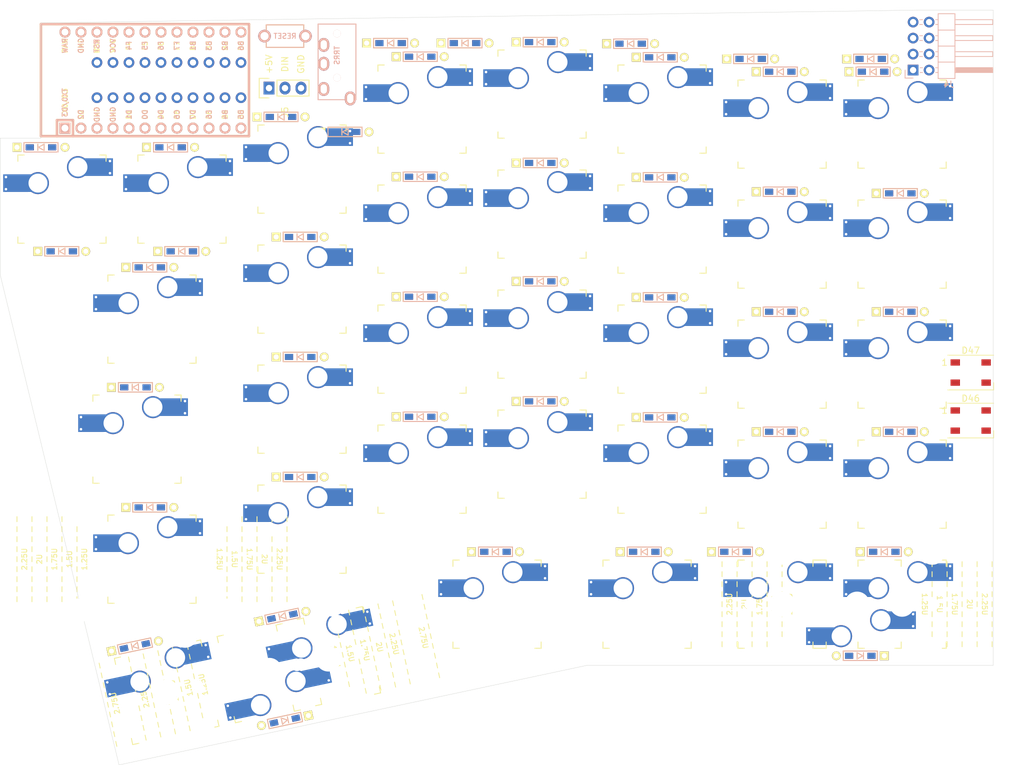
<source format=kicad_pcb>
(kicad_pcb (version 20171130) (host pcbnew "(5.1.5-0-10_14)")
  (layers (0 F.Cu signal) (31 B.Cu signal) (34 B.Paste user) (35 F.Paste user) (36 B.SilkS user) (37 F.SilkS user) (38 B.Mask user) (39 F.Mask user) (44 Edge.Cuts user))
  (net 0 "")
  (net 1 pin6)
  (net 2 pin1)
  (net 3 pin2)
  (net 4 pin3)
  (net 5 pin4)
  (net 6 pin5)
  (net 7 pin7)
  (net 8 "Net-(D8-Pad2)")
  (net 9 "Net-(D9-Pad2)")
  (net 10 "Net-(D11-Pad2)")
  (net 11 "Net-(D12-Pad2)")
  (net 12 pin8)
  (net 13 "Net-(D14-Pad2)")
  (net 14 "Net-(D15-Pad2)")
  (net 15 "Net-(D17-Pad2)")
  (net 16 "Net-(D18-Pad2)")
  (net 17 pin9)
  (net 18 "Net-(D20-Pad2)")
  (net 19 "Net-(D21-Pad2)")
  (net 20 "Net-(D23-Pad2)")
  (net 21 "Net-(D24-Pad2)")
  (net 22 pin10)
  (net 23 "Net-(D26-Pad2)")
  (net 24 "Net-(D27-Pad2)")
  (net 25 "Net-(D29-Pad2)")
  (net 26 "Net-(D30-Pad2)")
  (net 27 "Net-(D32-Pad2)")
  (net 28 "Net-(D33-Pad2)")
  (net 29 "Net-(D35-Pad2)")
  (net 30 "Net-(D36-Pad2)")
  (net 31 "Net-(D38-Pad2)")
  (net 32 "Net-(D39-Pad2)")
  (net 33 "Net-(D41-Pad2)")
  (net 34 "Net-(D42-Pad2)")
  (net 35 "Net-(D44-Pad2)")
  (net 36 "Net-(D45-Pad2)")
  (net 37 "Net-(D46-Pad2)")
  (net 38 "Net-(D47-Pad2)")
  (net 39 d4)
  (net 40 scl-d0)
  (net 41 sda-d1)
  (net 42 data)
  (net 43 led)
  (net 44 f6)
  (net 45 f5)
  (net 46 f4)
  (net 47 GND1)
  (net 48 VCC)
  (net 49 "Net-(J3-PadA)")
  (net 50 "Net-(J4-Pad6)")
  (net 51 "Net-(J4-Pad7)")
  (net 52 "Net-(J4-Pad8)")
  (net 53 reset)
  (net 54 "Net-(U1-Pad24)")
  (net 55 "Net-(D1-Pad1)")
  (net 56 "Net-(D2-Pad2)")
  (net 57 "Net-(D5-Pad2)")
  (net 58 "Net-(D6-Pad2)")
  (net 59 "Net-(D7-Pad2)")
  (net 60 "Net-(D13-Pad2)")
  (net 61 "Net-(D19-Pad2)")
  (net 62 "Net-(D25-Pad2)")
  (net 63 "Net-(D31-Pad2)")
  (net 64 "Net-(D37-Pad2)")
  (net 65 "Net-(D43-Pad2)")
  (net 66 "Net-(D3-Pad2)")
  (net 67 "Net-(D4-Pad1)")
  (net 68 "Net-(D10-Pad1)")
  (net 69 "Net-(D16-Pad1)")
  (net 70 "Net-(D22-Pad1)")
  (net 71 "Net-(D28-Pad1)")
  (net 72 "Net-(D34-Pad1)")
  (net 73 "Net-(D40-Pad1)")
  (module SMK_SU120:CherryMX_MidHeight_Choc_Hotswap_2.25U_Outline (layer F.Cu) (at 59.53125 130.96875)
    (fp_text reference "" hide)
    (fp_text value "" hide)
    (fp_text user 2.25U (at -20.240625 0 90 unlocked) (layer F.SilkS) (effects (font (size 0.8 0.8))))
    (fp_text user 2U (at -17.859375 0 90 unlocked) (layer F.SilkS) (effects (font (size 0.8 0.8))))
    (fp_text user 1.75U (at -15.478125 0 90 unlocked) (layer F.SilkS) (effects (font (size 0.8 0.8))))
    (fp_text user 1.5U (at -13.096875 0 90 unlocked) (layer F.SilkS) (effects (font (size 0.8 0.8))))
    (fp_text user 1.25U (at -10.715625 0 90 unlocked) (layer F.SilkS) (effects (font (size 0.8 0.8))))
    (fp_text user 2.25U (at 20.240625 0 -90 unlocked) (layer F.SilkS) (effects (font (size 0.8 0.8))))
    (fp_text user 2U (at 17.859375 0 -90 unlocked) (layer F.SilkS) (effects (font (size 0.8 0.8))))
    (fp_text user 1.5U (at 13.096875 0 -90 unlocked) (layer F.SilkS) (effects (font (size 0.8 0.8))))
    (fp_text user 1.75U (at 15.478125 0 -90 unlocked) (layer F.SilkS) (effects (font (size 0.8 0.8))))
    (fp_text user 1.25U (at 10.715625 0 -90 unlocked) (layer F.SilkS) (effects (font (size 0.8 0.8))))
    (pad "" np_thru_hole circle (at 11.938 8.255) (size 3.9878 3.9878) (drill 3.9878) (layers *.Cu *.Mask))
    (pad "" np_thru_hole circle (at -11.938 8.255) (size 3.9878 3.9878) (drill 3.9878) (layers *.Cu *.Mask))
    (pad "" np_thru_hole circle (at 11.938 -6.985) (size 3.048 3.048) (drill 3.048) (layers *.Cu *.Mask))
    (pad "" np_thru_hole circle (at -11.938 -6.985) (size 3.048 3.048) (drill 3.048) (layers *.Cu *.Mask))
  )
  (module SMK_SU120:D3_TH_SMD (layer F.Cu) (at 41.91 65.5955)
    (fp_text reference D1 hide)
    (fp_text value D hide)
    (pad 2 smd rect (at 1.775 0) (size 1.3 0.95) (layers F.Cu F.Paste F.Mask) (net 12 pin8))
    (pad 2 thru_hole circle (at 3.81 0) (size 1.397 1.397) (drill 0.8128) (layers *.Cu *.Mask F.SilkS) (net 12 pin8))
    (pad 1 thru_hole rect (at -3.81 0) (size 1.397 1.397) (drill 0.8128) (layers *.Cu *.Mask F.SilkS) (net 55 "Net-(D1-Pad1)"))
    (pad 1 smd rect (at -1.775 0) (size 1.3 0.95) (layers B.Cu B.Paste B.Mask) (net 55 "Net-(D1-Pad1)"))
    (pad 2 smd rect (at 1.775 0) (size 1.3 0.95) (layers B.Cu B.Paste B.Mask) (net 12 pin8))
    (pad 1 smd rect (at -1.775 0) (size 1.3 0.95) (layers F.Cu F.Paste F.Mask) (net 55 "Net-(D1-Pad1)"))
  )
  (module SMK_SU120:D3_TH_SMD (layer F.Cu) (at 45.212 82.1055)
    (fp_text reference D2 hide)
    (fp_text value D hide)
    (pad 2 smd rect (at 1.775 0) (size 1.3 0.95) (layers F.Cu F.Paste F.Mask) (net 56 "Net-(D2-Pad2)"))
    (pad 2 thru_hole circle (at 3.81 0) (size 1.397 1.397) (drill 0.8128) (layers *.Cu *.Mask F.SilkS) (net 56 "Net-(D2-Pad2)"))
    (pad 1 thru_hole rect (at -3.81 0) (size 1.397 1.397) (drill 0.8128) (layers *.Cu *.Mask F.SilkS) (net 2 pin1))
    (pad 1 smd rect (at -1.775 0) (size 1.3 0.95) (layers B.Cu B.Paste B.Mask) (net 2 pin1))
    (pad 2 smd rect (at 1.775 0) (size 1.3 0.95) (layers B.Cu B.Paste B.Mask) (net 56 "Net-(D2-Pad2)"))
    (pad 1 smd rect (at -1.775 0) (size 1.3 0.95) (layers F.Cu F.Paste F.Mask) (net 2 pin1))
  )
  (module SMK_SU120:D3_TH_SMD (layer F.Cu) (at 62.484 65.5955)
    (fp_text reference D4 hide)
    (fp_text value D hide)
    (pad 1 smd rect (at -1.775 0) (size 1.3 0.95) (layers F.Cu F.Paste F.Mask) (net 67 "Net-(D4-Pad1)"))
    (pad 2 smd rect (at 1.775 0) (size 1.3 0.95) (layers B.Cu B.Paste B.Mask) (net 17 pin9))
    (pad 1 smd rect (at -1.775 0) (size 1.3 0.95) (layers B.Cu B.Paste B.Mask) (net 67 "Net-(D4-Pad1)"))
    (pad 1 thru_hole rect (at -3.81 0) (size 1.397 1.397) (drill 0.8128) (layers *.Cu *.Mask F.SilkS) (net 67 "Net-(D4-Pad1)"))
    (pad 2 thru_hole circle (at 3.81 0) (size 1.397 1.397) (drill 0.8128) (layers *.Cu *.Mask F.SilkS) (net 17 pin9))
    (pad 2 smd rect (at 1.775 0) (size 1.3 0.95) (layers F.Cu F.Paste F.Mask) (net 17 pin9))
  )
  (module SMK_SU120:D3_TH_SMD (layer F.Cu) (at 64.262 82.1055)
    (fp_text reference D5 hide)
    (fp_text value D hide)
    (pad 2 smd rect (at 1.775 0) (size 1.3 0.95) (layers F.Cu F.Paste F.Mask) (net 57 "Net-(D5-Pad2)"))
    (pad 2 thru_hole circle (at 3.81 0) (size 1.397 1.397) (drill 0.8128) (layers *.Cu *.Mask F.SilkS) (net 57 "Net-(D5-Pad2)"))
    (pad 1 thru_hole rect (at -3.81 0) (size 1.397 1.397) (drill 0.8128) (layers *.Cu *.Mask F.SilkS) (net 2 pin1))
    (pad 1 smd rect (at -1.775 0) (size 1.3 0.95) (layers B.Cu B.Paste B.Mask) (net 2 pin1))
    (pad 2 smd rect (at 1.775 0) (size 1.3 0.95) (layers B.Cu B.Paste B.Mask) (net 57 "Net-(D5-Pad2)"))
    (pad 1 smd rect (at -1.775 0) (size 1.3 0.95) (layers F.Cu F.Paste F.Mask) (net 2 pin1))
  )
  (module SMK_SU120:D3_TH_SMD (layer F.Cu) (at 59.182 84.6455)
    (fp_text reference D6 hide)
    (fp_text value D hide)
    (pad 2 smd rect (at 1.775 0) (size 1.3 0.95) (layers F.Cu F.Paste F.Mask) (net 58 "Net-(D6-Pad2)"))
    (pad 2 thru_hole circle (at 3.81 0) (size 1.397 1.397) (drill 0.8128) (layers *.Cu *.Mask F.SilkS) (net 58 "Net-(D6-Pad2)"))
    (pad 1 thru_hole rect (at -3.81 0) (size 1.397 1.397) (drill 0.8128) (layers *.Cu *.Mask F.SilkS) (net 3 pin2))
    (pad 1 smd rect (at -1.775 0) (size 1.3 0.95) (layers B.Cu B.Paste B.Mask) (net 3 pin2))
    (pad 2 smd rect (at 1.775 0) (size 1.3 0.95) (layers B.Cu B.Paste B.Mask) (net 58 "Net-(D6-Pad2)"))
    (pad 1 smd rect (at -1.775 0) (size 1.3 0.95) (layers F.Cu F.Paste F.Mask) (net 3 pin2))
  )
  (module SMK_SU120:D3_TH_SMD (layer F.Cu) (at 56.896 103.6955)
    (fp_text reference D7 hide)
    (fp_text value D hide)
    (pad 2 smd rect (at 1.775 0) (size 1.3 0.95) (layers F.Cu F.Paste F.Mask) (net 59 "Net-(D7-Pad2)"))
    (pad 2 thru_hole circle (at 3.81 0) (size 1.397 1.397) (drill 0.8128) (layers *.Cu *.Mask F.SilkS) (net 59 "Net-(D7-Pad2)"))
    (pad 1 thru_hole rect (at -3.81 0) (size 1.397 1.397) (drill 0.8128) (layers *.Cu *.Mask F.SilkS) (net 4 pin3))
    (pad 1 smd rect (at -1.775 0) (size 1.3 0.95) (layers B.Cu B.Paste B.Mask) (net 4 pin3))
    (pad 2 smd rect (at 1.775 0) (size 1.3 0.95) (layers B.Cu B.Paste B.Mask) (net 59 "Net-(D7-Pad2)"))
    (pad 1 smd rect (at -1.775 0) (size 1.3 0.95) (layers F.Cu F.Paste F.Mask) (net 4 pin3))
  )
  (module SMK_SU120:D3_TH_SMD (layer F.Cu) (at 59.182 122.7455)
    (fp_text reference D8 hide)
    (fp_text value D hide)
    (pad 2 smd rect (at 1.775 0) (size 1.3 0.95) (layers F.Cu F.Paste F.Mask) (net 8 "Net-(D8-Pad2)"))
    (pad 2 thru_hole circle (at 3.81 0) (size 1.397 1.397) (drill 0.8128) (layers *.Cu *.Mask F.SilkS) (net 8 "Net-(D8-Pad2)"))
    (pad 1 thru_hole rect (at -3.81 0) (size 1.397 1.397) (drill 0.8128) (layers *.Cu *.Mask F.SilkS) (net 5 pin4))
    (pad 1 smd rect (at -1.775 0) (size 1.3 0.95) (layers B.Cu B.Paste B.Mask) (net 5 pin4))
    (pad 2 smd rect (at 1.775 0) (size 1.3 0.95) (layers B.Cu B.Paste B.Mask) (net 8 "Net-(D8-Pad2)"))
    (pad 1 smd rect (at -1.775 0) (size 1.3 0.95) (layers F.Cu F.Paste F.Mask) (net 5 pin4))
  )
  (module SMK_SU120:D3_TH_SMD (layer F.Cu) (at 80.635246 156.576176 192)
    (fp_text reference D9 hide)
    (fp_text value D hide)
    (pad 2 smd rect (at 1.775 0 192) (size 1.3 0.95) (layers F.Cu F.Paste F.Mask) (net 9 "Net-(D9-Pad2)"))
    (pad 2 thru_hole circle (at 3.81 0 192) (size 1.397 1.397) (drill 0.8128) (layers *.Cu *.Mask F.SilkS) (net 9 "Net-(D9-Pad2)"))
    (pad 1 thru_hole rect (at -3.81 0 192) (size 1.397 1.397) (drill 0.8128) (layers *.Cu *.Mask F.SilkS) (net 6 pin5))
    (pad 1 smd rect (at -1.775 0 192) (size 1.3 0.95) (layers B.Cu B.Paste B.Mask) (net 6 pin5))
    (pad 2 smd rect (at 1.775 0 192) (size 1.3 0.95) (layers B.Cu B.Paste B.Mask) (net 9 "Net-(D9-Pad2)"))
    (pad 1 smd rect (at -1.775 0 192) (size 1.3 0.95) (layers F.Cu F.Paste F.Mask) (net 6 pin5))
  )
  (module SMK_SU120:D3_TH_SMD (layer F.Cu) (at 80.01 60.7695)
    (fp_text reference D10 hide)
    (fp_text value D hide)
    (pad 2 smd rect (at 1.775 0) (size 1.3 0.95) (layers F.Cu F.Paste F.Mask) (net 22 pin10))
    (pad 2 thru_hole circle (at 3.81 0) (size 1.397 1.397) (drill 0.8128) (layers *.Cu *.Mask F.SilkS) (net 22 pin10))
    (pad 1 thru_hole rect (at -3.81 0) (size 1.397 1.397) (drill 0.8128) (layers *.Cu *.Mask F.SilkS) (net 68 "Net-(D10-Pad1)"))
    (pad 1 smd rect (at -1.775 0) (size 1.3 0.95) (layers B.Cu B.Paste B.Mask) (net 68 "Net-(D10-Pad1)"))
    (pad 2 smd rect (at 1.775 0) (size 1.3 0.95) (layers B.Cu B.Paste B.Mask) (net 22 pin10))
    (pad 1 smd rect (at -1.775 0) (size 1.3 0.95) (layers F.Cu F.Paste F.Mask) (net 68 "Net-(D10-Pad1)"))
  )
  (module SMK_SU120:D3_TH_SMD (layer F.Cu) (at 90.17 63.15075)
    (fp_text reference D11 hide)
    (fp_text value D hide)
    (pad 2 smd rect (at 1.775 0) (size 1.3 0.95) (layers F.Cu F.Paste F.Mask) (net 10 "Net-(D11-Pad2)"))
    (pad 2 thru_hole circle (at 3.81 0) (size 1.397 1.397) (drill 0.8128) (layers *.Cu *.Mask F.SilkS) (net 10 "Net-(D11-Pad2)"))
    (pad 1 thru_hole rect (at -3.81 0) (size 1.397 1.397) (drill 0.8128) (layers *.Cu *.Mask F.SilkS) (net 2 pin1))
    (pad 1 smd rect (at -1.775 0) (size 1.3 0.95) (layers B.Cu B.Paste B.Mask) (net 2 pin1))
    (pad 2 smd rect (at 1.775 0) (size 1.3 0.95) (layers B.Cu B.Paste B.Mask) (net 10 "Net-(D11-Pad2)"))
    (pad 1 smd rect (at -1.775 0) (size 1.3 0.95) (layers F.Cu F.Paste F.Mask) (net 2 pin1))
  )
  (module SMK_SU120:D3_TH_SMD (layer F.Cu) (at 83.058 79.8195)
    (fp_text reference D12 hide)
    (fp_text value D hide)
    (pad 2 smd rect (at 1.775 0) (size 1.3 0.95) (layers F.Cu F.Paste F.Mask) (net 11 "Net-(D12-Pad2)"))
    (pad 2 thru_hole circle (at 3.81 0) (size 1.397 1.397) (drill 0.8128) (layers *.Cu *.Mask F.SilkS) (net 11 "Net-(D12-Pad2)"))
    (pad 1 thru_hole rect (at -3.81 0) (size 1.397 1.397) (drill 0.8128) (layers *.Cu *.Mask F.SilkS) (net 3 pin2))
    (pad 1 smd rect (at -1.775 0) (size 1.3 0.95) (layers B.Cu B.Paste B.Mask) (net 3 pin2))
    (pad 2 smd rect (at 1.775 0) (size 1.3 0.95) (layers B.Cu B.Paste B.Mask) (net 11 "Net-(D12-Pad2)"))
    (pad 1 smd rect (at -1.775 0) (size 1.3 0.95) (layers F.Cu F.Paste F.Mask) (net 3 pin2))
  )
  (module SMK_SU120:D3_TH_SMD (layer F.Cu) (at 83.058 98.8695)
    (fp_text reference D13 hide)
    (fp_text value D hide)
    (pad 2 smd rect (at 1.775 0) (size 1.3 0.95) (layers F.Cu F.Paste F.Mask) (net 60 "Net-(D13-Pad2)"))
    (pad 2 thru_hole circle (at 3.81 0) (size 1.397 1.397) (drill 0.8128) (layers *.Cu *.Mask F.SilkS) (net 60 "Net-(D13-Pad2)"))
    (pad 1 thru_hole rect (at -3.81 0) (size 1.397 1.397) (drill 0.8128) (layers *.Cu *.Mask F.SilkS) (net 4 pin3))
    (pad 1 smd rect (at -1.775 0) (size 1.3 0.95) (layers B.Cu B.Paste B.Mask) (net 4 pin3))
    (pad 2 smd rect (at 1.775 0) (size 1.3 0.95) (layers B.Cu B.Paste B.Mask) (net 60 "Net-(D13-Pad2)"))
    (pad 1 smd rect (at -1.775 0) (size 1.3 0.95) (layers F.Cu F.Paste F.Mask) (net 4 pin3))
  )
  (module SMK_SU120:D3_TH_SMD (layer F.Cu) (at 83.058 117.9195)
    (fp_text reference D14 hide)
    (fp_text value D hide)
    (pad 2 smd rect (at 1.775 0) (size 1.3 0.95) (layers F.Cu F.Paste F.Mask) (net 13 "Net-(D14-Pad2)"))
    (pad 2 thru_hole circle (at 3.81 0) (size 1.397 1.397) (drill 0.8128) (layers *.Cu *.Mask F.SilkS) (net 13 "Net-(D14-Pad2)"))
    (pad 1 thru_hole rect (at -3.81 0) (size 1.397 1.397) (drill 0.8128) (layers *.Cu *.Mask F.SilkS) (net 5 pin4))
    (pad 1 smd rect (at -1.775 0) (size 1.3 0.95) (layers B.Cu B.Paste B.Mask) (net 5 pin4))
    (pad 2 smd rect (at 1.775 0) (size 1.3 0.95) (layers B.Cu B.Paste B.Mask) (net 13 "Net-(D14-Pad2)"))
    (pad 1 smd rect (at -1.775 0) (size 1.3 0.95) (layers F.Cu F.Paste F.Mask) (net 5 pin4))
  )
  (module SMK_SU120:D3_TH_SMD (layer F.Cu) (at 80.236825 140.041696 12)
    (fp_text reference D15 hide)
    (fp_text value D hide)
    (pad 2 smd rect (at 1.775 0 12) (size 1.3 0.95) (layers F.Cu F.Paste F.Mask) (net 14 "Net-(D15-Pad2)"))
    (pad 2 thru_hole circle (at 3.81 0 12) (size 1.397 1.397) (drill 0.8128) (layers *.Cu *.Mask F.SilkS) (net 14 "Net-(D15-Pad2)"))
    (pad 1 thru_hole rect (at -3.81 0 12) (size 1.397 1.397) (drill 0.8128) (layers *.Cu *.Mask F.SilkS) (net 6 pin5))
    (pad 1 smd rect (at -1.775 0 12) (size 1.3 0.95) (layers B.Cu B.Paste B.Mask) (net 6 pin5))
    (pad 2 smd rect (at 1.775 0 12) (size 1.3 0.95) (layers B.Cu B.Paste B.Mask) (net 14 "Net-(D15-Pad2)"))
    (pad 1 smd rect (at -1.775 0 12) (size 1.3 0.95) (layers F.Cu F.Paste F.Mask) (net 6 pin5))
  )
  (module SMK_SU120:D3_TH_SMD (layer F.Cu) (at 97.409 49.05375)
    (fp_text reference D16 hide)
    (fp_text value D hide)
    (pad 2 smd rect (at 1.775 0) (size 1.3 0.95) (layers F.Cu F.Paste F.Mask) (net 2 pin1))
    (pad 2 thru_hole circle (at 3.81 0) (size 1.397 1.397) (drill 0.8128) (layers *.Cu *.Mask F.SilkS) (net 2 pin1))
    (pad 1 thru_hole rect (at -3.81 0) (size 1.397 1.397) (drill 0.8128) (layers *.Cu *.Mask F.SilkS) (net 69 "Net-(D16-Pad1)"))
    (pad 1 smd rect (at -1.775 0) (size 1.3 0.95) (layers B.Cu B.Paste B.Mask) (net 69 "Net-(D16-Pad1)"))
    (pad 2 smd rect (at 1.775 0) (size 1.3 0.95) (layers B.Cu B.Paste B.Mask) (net 2 pin1))
    (pad 1 smd rect (at -1.775 0) (size 1.3 0.95) (layers F.Cu F.Paste F.Mask) (net 69 "Net-(D16-Pad1)"))
  )
  (module SMK_SU120:D3_TH_SMD (layer F.Cu) (at 102.108 51.21275)
    (fp_text reference D17 hide)
    (fp_text value D hide)
    (pad 2 smd rect (at 1.775 0) (size 1.3 0.95) (layers F.Cu F.Paste F.Mask) (net 15 "Net-(D17-Pad2)"))
    (pad 2 thru_hole circle (at 3.81 0) (size 1.397 1.397) (drill 0.8128) (layers *.Cu *.Mask F.SilkS) (net 15 "Net-(D17-Pad2)"))
    (pad 1 thru_hole rect (at -3.81 0) (size 1.397 1.397) (drill 0.8128) (layers *.Cu *.Mask F.SilkS) (net 1 pin6))
    (pad 1 smd rect (at -1.775 0) (size 1.3 0.95) (layers B.Cu B.Paste B.Mask) (net 1 pin6))
    (pad 2 smd rect (at 1.775 0) (size 1.3 0.95) (layers B.Cu B.Paste B.Mask) (net 15 "Net-(D17-Pad2)"))
    (pad 1 smd rect (at -1.775 0) (size 1.3 0.95) (layers F.Cu F.Paste F.Mask) (net 1 pin6))
  )
  (module SMK_SU120:D3_TH_SMD (layer F.Cu) (at 102.108 70.26275)
    (fp_text reference D18 hide)
    (fp_text value D hide)
    (pad 2 smd rect (at 1.775 0) (size 1.3 0.95) (layers F.Cu F.Paste F.Mask) (net 16 "Net-(D18-Pad2)"))
    (pad 2 thru_hole circle (at 3.81 0) (size 1.397 1.397) (drill 0.8128) (layers *.Cu *.Mask F.SilkS) (net 16 "Net-(D18-Pad2)"))
    (pad 1 thru_hole rect (at -3.81 0) (size 1.397 1.397) (drill 0.8128) (layers *.Cu *.Mask F.SilkS) (net 7 pin7))
    (pad 1 smd rect (at -1.775 0) (size 1.3 0.95) (layers B.Cu B.Paste B.Mask) (net 7 pin7))
    (pad 2 smd rect (at 1.775 0) (size 1.3 0.95) (layers B.Cu B.Paste B.Mask) (net 16 "Net-(D18-Pad2)"))
    (pad 1 smd rect (at -1.775 0) (size 1.3 0.95) (layers F.Cu F.Paste F.Mask) (net 7 pin7))
  )
  (module SMK_SU120:D3_TH_SMD (layer F.Cu) (at 102.108 89.31275)
    (fp_text reference D19 hide)
    (fp_text value D hide)
    (pad 2 smd rect (at 1.775 0) (size 1.3 0.95) (layers F.Cu F.Paste F.Mask) (net 61 "Net-(D19-Pad2)"))
    (pad 2 thru_hole circle (at 3.81 0) (size 1.397 1.397) (drill 0.8128) (layers *.Cu *.Mask F.SilkS) (net 61 "Net-(D19-Pad2)"))
    (pad 1 thru_hole rect (at -3.81 0) (size 1.397 1.397) (drill 0.8128) (layers *.Cu *.Mask F.SilkS) (net 12 pin8))
    (pad 1 smd rect (at -1.775 0) (size 1.3 0.95) (layers B.Cu B.Paste B.Mask) (net 12 pin8))
    (pad 2 smd rect (at 1.775 0) (size 1.3 0.95) (layers B.Cu B.Paste B.Mask) (net 61 "Net-(D19-Pad2)"))
    (pad 1 smd rect (at -1.775 0) (size 1.3 0.95) (layers F.Cu F.Paste F.Mask) (net 12 pin8))
  )
  (module SMK_SU120:D3_TH_SMD (layer F.Cu) (at 102.108 108.36275)
    (fp_text reference D20 hide)
    (fp_text value D hide)
    (pad 2 smd rect (at 1.775 0) (size 1.3 0.95) (layers F.Cu F.Paste F.Mask) (net 18 "Net-(D20-Pad2)"))
    (pad 2 thru_hole circle (at 3.81 0) (size 1.397 1.397) (drill 0.8128) (layers *.Cu *.Mask F.SilkS) (net 18 "Net-(D20-Pad2)"))
    (pad 1 thru_hole rect (at -3.81 0) (size 1.397 1.397) (drill 0.8128) (layers *.Cu *.Mask F.SilkS) (net 17 pin9))
    (pad 1 smd rect (at -1.775 0) (size 1.3 0.95) (layers B.Cu B.Paste B.Mask) (net 17 pin9))
    (pad 2 smd rect (at 1.775 0) (size 1.3 0.95) (layers B.Cu B.Paste B.Mask) (net 18 "Net-(D20-Pad2)"))
    (pad 1 smd rect (at -1.775 0) (size 1.3 0.95) (layers F.Cu F.Paste F.Mask) (net 17 pin9))
  )
  (module SMK_SU120:D3_TH_SMD (layer F.Cu) (at 114.046 129.794)
    (fp_text reference D21 hide)
    (fp_text value D hide)
    (pad 2 smd rect (at 1.775 0) (size 1.3 0.95) (layers F.Cu F.Paste F.Mask) (net 19 "Net-(D21-Pad2)"))
    (pad 2 thru_hole circle (at 3.81 0) (size 1.397 1.397) (drill 0.8128) (layers *.Cu *.Mask F.SilkS) (net 19 "Net-(D21-Pad2)"))
    (pad 1 thru_hole rect (at -3.81 0) (size 1.397 1.397) (drill 0.8128) (layers *.Cu *.Mask F.SilkS) (net 22 pin10))
    (pad 1 smd rect (at -1.775 0) (size 1.3 0.95) (layers B.Cu B.Paste B.Mask) (net 22 pin10))
    (pad 2 smd rect (at 1.775 0) (size 1.3 0.95) (layers B.Cu B.Paste B.Mask) (net 19 "Net-(D21-Pad2)"))
    (pad 1 smd rect (at -1.775 0) (size 1.3 0.95) (layers F.Cu F.Paste F.Mask) (net 22 pin10))
  )
  (module SMK_SU120:D3_TH_SMD (layer F.Cu) (at 109.22 49.05375)
    (fp_text reference D22 hide)
    (fp_text value D hide)
    (pad 1 smd rect (at -1.775 0) (size 1.3 0.95) (layers F.Cu F.Paste F.Mask) (net 70 "Net-(D22-Pad1)"))
    (pad 2 smd rect (at 1.775 0) (size 1.3 0.95) (layers B.Cu B.Paste B.Mask) (net 3 pin2))
    (pad 1 smd rect (at -1.775 0) (size 1.3 0.95) (layers B.Cu B.Paste B.Mask) (net 70 "Net-(D22-Pad1)"))
    (pad 1 thru_hole rect (at -3.81 0) (size 1.397 1.397) (drill 0.8128) (layers *.Cu *.Mask F.SilkS) (net 70 "Net-(D22-Pad1)"))
    (pad 2 thru_hole circle (at 3.81 0) (size 1.397 1.397) (drill 0.8128) (layers *.Cu *.Mask F.SilkS) (net 3 pin2))
    (pad 2 smd rect (at 1.775 0) (size 1.3 0.95) (layers F.Cu F.Paste F.Mask) (net 3 pin2))
  )
  (module SMK_SU120:D3_TH_SMD (layer F.Cu) (at 121.155 48.895)
    (fp_text reference D23 hide)
    (fp_text value D hide)
    (pad 2 smd rect (at 1.775 0) (size 1.3 0.95) (layers F.Cu F.Paste F.Mask) (net 20 "Net-(D23-Pad2)"))
    (pad 2 thru_hole circle (at 3.81 0) (size 1.397 1.397) (drill 0.8128) (layers *.Cu *.Mask F.SilkS) (net 20 "Net-(D23-Pad2)"))
    (pad 1 thru_hole rect (at -3.81 0) (size 1.397 1.397) (drill 0.8128) (layers *.Cu *.Mask F.SilkS) (net 1 pin6))
    (pad 1 smd rect (at -1.775 0) (size 1.3 0.95) (layers B.Cu B.Paste B.Mask) (net 1 pin6))
    (pad 2 smd rect (at 1.775 0) (size 1.3 0.95) (layers B.Cu B.Paste B.Mask) (net 20 "Net-(D23-Pad2)"))
    (pad 1 smd rect (at -1.775 0) (size 1.3 0.95) (layers F.Cu F.Paste F.Mask) (net 1 pin6))
  )
  (module SMK_SU120:D3_TH_SMD (layer F.Cu) (at 121.158 68.072)
    (fp_text reference D24 hide)
    (fp_text value D hide)
    (pad 2 smd rect (at 1.775 0) (size 1.3 0.95) (layers F.Cu F.Paste F.Mask) (net 21 "Net-(D24-Pad2)"))
    (pad 2 thru_hole circle (at 3.81 0) (size 1.397 1.397) (drill 0.8128) (layers *.Cu *.Mask F.SilkS) (net 21 "Net-(D24-Pad2)"))
    (pad 1 thru_hole rect (at -3.81 0) (size 1.397 1.397) (drill 0.8128) (layers *.Cu *.Mask F.SilkS) (net 7 pin7))
    (pad 1 smd rect (at -1.775 0) (size 1.3 0.95) (layers B.Cu B.Paste B.Mask) (net 7 pin7))
    (pad 2 smd rect (at 1.775 0) (size 1.3 0.95) (layers B.Cu B.Paste B.Mask) (net 21 "Net-(D24-Pad2)"))
    (pad 1 smd rect (at -1.775 0) (size 1.3 0.95) (layers F.Cu F.Paste F.Mask) (net 7 pin7))
  )
  (module SMK_SU120:D3_TH_SMD (layer F.Cu) (at 121.158 86.868)
    (fp_text reference D25 hide)
    (fp_text value D hide)
    (pad 2 smd rect (at 1.775 0) (size 1.3 0.95) (layers F.Cu F.Paste F.Mask) (net 62 "Net-(D25-Pad2)"))
    (pad 2 thru_hole circle (at 3.81 0) (size 1.397 1.397) (drill 0.8128) (layers *.Cu *.Mask F.SilkS) (net 62 "Net-(D25-Pad2)"))
    (pad 1 thru_hole rect (at -3.81 0) (size 1.397 1.397) (drill 0.8128) (layers *.Cu *.Mask F.SilkS) (net 12 pin8))
    (pad 1 smd rect (at -1.775 0) (size 1.3 0.95) (layers B.Cu B.Paste B.Mask) (net 12 pin8))
    (pad 2 smd rect (at 1.775 0) (size 1.3 0.95) (layers B.Cu B.Paste B.Mask) (net 62 "Net-(D25-Pad2)"))
    (pad 1 smd rect (at -1.775 0) (size 1.3 0.95) (layers F.Cu F.Paste F.Mask) (net 12 pin8))
  )
  (module SMK_SU120:D3_TH_SMD (layer F.Cu) (at 121.158 105.918)
    (fp_text reference D26 hide)
    (fp_text value D hide)
    (pad 2 smd rect (at 1.775 0) (size 1.3 0.95) (layers F.Cu F.Paste F.Mask) (net 23 "Net-(D26-Pad2)"))
    (pad 2 thru_hole circle (at 3.81 0) (size 1.397 1.397) (drill 0.8128) (layers *.Cu *.Mask F.SilkS) (net 23 "Net-(D26-Pad2)"))
    (pad 1 thru_hole rect (at -3.81 0) (size 1.397 1.397) (drill 0.8128) (layers *.Cu *.Mask F.SilkS) (net 17 pin9))
    (pad 1 smd rect (at -1.775 0) (size 1.3 0.95) (layers B.Cu B.Paste B.Mask) (net 17 pin9))
    (pad 2 smd rect (at 1.775 0) (size 1.3 0.95) (layers B.Cu B.Paste B.Mask) (net 23 "Net-(D26-Pad2)"))
    (pad 1 smd rect (at -1.775 0) (size 1.3 0.95) (layers F.Cu F.Paste F.Mask) (net 17 pin9))
  )
  (module SMK_SU120:D3_TH_SMD (layer F.Cu) (at 137.668 129.794)
    (fp_text reference D27 hide)
    (fp_text value D hide)
    (pad 2 smd rect (at 1.775 0) (size 1.3 0.95) (layers F.Cu F.Paste F.Mask) (net 24 "Net-(D27-Pad2)"))
    (pad 2 thru_hole circle (at 3.81 0) (size 1.397 1.397) (drill 0.8128) (layers *.Cu *.Mask F.SilkS) (net 24 "Net-(D27-Pad2)"))
    (pad 1 thru_hole rect (at -3.81 0) (size 1.397 1.397) (drill 0.8128) (layers *.Cu *.Mask F.SilkS) (net 22 pin10))
    (pad 1 smd rect (at -1.775 0) (size 1.3 0.95) (layers B.Cu B.Paste B.Mask) (net 22 pin10))
    (pad 2 smd rect (at 1.775 0) (size 1.3 0.95) (layers B.Cu B.Paste B.Mask) (net 24 "Net-(D27-Pad2)"))
    (pad 1 smd rect (at -1.775 0) (size 1.3 0.95) (layers F.Cu F.Paste F.Mask) (net 22 pin10))
  )
  (module SMK_SU120:D3_TH_SMD (layer F.Cu) (at 135.509 49.149)
    (fp_text reference D28 hide)
    (fp_text value D hide)
    (pad 2 smd rect (at 1.775 0) (size 1.3 0.95) (layers F.Cu F.Paste F.Mask) (net 4 pin3))
    (pad 2 thru_hole circle (at 3.81 0) (size 1.397 1.397) (drill 0.8128) (layers *.Cu *.Mask F.SilkS) (net 4 pin3))
    (pad 1 thru_hole rect (at -3.81 0) (size 1.397 1.397) (drill 0.8128) (layers *.Cu *.Mask F.SilkS) (net 71 "Net-(D28-Pad1)"))
    (pad 1 smd rect (at -1.775 0) (size 1.3 0.95) (layers B.Cu B.Paste B.Mask) (net 71 "Net-(D28-Pad1)"))
    (pad 2 smd rect (at 1.775 0) (size 1.3 0.95) (layers B.Cu B.Paste B.Mask) (net 4 pin3))
    (pad 1 smd rect (at -1.775 0) (size 1.3 0.95) (layers F.Cu F.Paste F.Mask) (net 71 "Net-(D28-Pad1)"))
  )
  (module SMK_SU120:D3_TH_SMD (layer F.Cu) (at 140.208 51.308)
    (fp_text reference D29 hide)
    (fp_text value D hide)
    (pad 2 smd rect (at 1.775 0) (size 1.3 0.95) (layers F.Cu F.Paste F.Mask) (net 25 "Net-(D29-Pad2)"))
    (pad 2 thru_hole circle (at 3.81 0) (size 1.397 1.397) (drill 0.8128) (layers *.Cu *.Mask F.SilkS) (net 25 "Net-(D29-Pad2)"))
    (pad 1 thru_hole rect (at -3.81 0) (size 1.397 1.397) (drill 0.8128) (layers *.Cu *.Mask F.SilkS) (net 1 pin6))
    (pad 1 smd rect (at -1.775 0) (size 1.3 0.95) (layers B.Cu B.Paste B.Mask) (net 1 pin6))
    (pad 2 smd rect (at 1.775 0) (size 1.3 0.95) (layers B.Cu B.Paste B.Mask) (net 25 "Net-(D29-Pad2)"))
    (pad 1 smd rect (at -1.775 0) (size 1.3 0.95) (layers F.Cu F.Paste F.Mask) (net 1 pin6))
  )
  (module SMK_SU120:D3_TH_SMD (layer F.Cu) (at 140.208 70.358)
    (fp_text reference D30 hide)
    (fp_text value D hide)
    (pad 2 smd rect (at 1.775 0) (size 1.3 0.95) (layers F.Cu F.Paste F.Mask) (net 26 "Net-(D30-Pad2)"))
    (pad 2 thru_hole circle (at 3.81 0) (size 1.397 1.397) (drill 0.8128) (layers *.Cu *.Mask F.SilkS) (net 26 "Net-(D30-Pad2)"))
    (pad 1 thru_hole rect (at -3.81 0) (size 1.397 1.397) (drill 0.8128) (layers *.Cu *.Mask F.SilkS) (net 7 pin7))
    (pad 1 smd rect (at -1.775 0) (size 1.3 0.95) (layers B.Cu B.Paste B.Mask) (net 7 pin7))
    (pad 2 smd rect (at 1.775 0) (size 1.3 0.95) (layers B.Cu B.Paste B.Mask) (net 26 "Net-(D30-Pad2)"))
    (pad 1 smd rect (at -1.775 0) (size 1.3 0.95) (layers F.Cu F.Paste F.Mask) (net 7 pin7))
  )
  (module SMK_SU120:D3_TH_SMD (layer F.Cu) (at 140.208 89.408)
    (fp_text reference D31 hide)
    (fp_text value D hide)
    (pad 2 smd rect (at 1.775 0) (size 1.3 0.95) (layers F.Cu F.Paste F.Mask) (net 63 "Net-(D31-Pad2)"))
    (pad 2 thru_hole circle (at 3.81 0) (size 1.397 1.397) (drill 0.8128) (layers *.Cu *.Mask F.SilkS) (net 63 "Net-(D31-Pad2)"))
    (pad 1 thru_hole rect (at -3.81 0) (size 1.397 1.397) (drill 0.8128) (layers *.Cu *.Mask F.SilkS) (net 12 pin8))
    (pad 1 smd rect (at -1.775 0) (size 1.3 0.95) (layers B.Cu B.Paste B.Mask) (net 12 pin8))
    (pad 2 smd rect (at 1.775 0) (size 1.3 0.95) (layers B.Cu B.Paste B.Mask) (net 63 "Net-(D31-Pad2)"))
    (pad 1 smd rect (at -1.775 0) (size 1.3 0.95) (layers F.Cu F.Paste F.Mask) (net 12 pin8))
  )
  (module SMK_SU120:D3_TH_SMD (layer F.Cu) (at 140.208 108.458)
    (fp_text reference D32 hide)
    (fp_text value D hide)
    (pad 2 smd rect (at 1.775 0) (size 1.3 0.95) (layers F.Cu F.Paste F.Mask) (net 27 "Net-(D32-Pad2)"))
    (pad 2 thru_hole circle (at 3.81 0) (size 1.397 1.397) (drill 0.8128) (layers *.Cu *.Mask F.SilkS) (net 27 "Net-(D32-Pad2)"))
    (pad 1 thru_hole rect (at -3.81 0) (size 1.397 1.397) (drill 0.8128) (layers *.Cu *.Mask F.SilkS) (net 17 pin9))
    (pad 1 smd rect (at -1.775 0) (size 1.3 0.95) (layers B.Cu B.Paste B.Mask) (net 17 pin9))
    (pad 2 smd rect (at 1.775 0) (size 1.3 0.95) (layers B.Cu B.Paste B.Mask) (net 27 "Net-(D32-Pad2)"))
    (pad 1 smd rect (at -1.775 0) (size 1.3 0.95) (layers F.Cu F.Paste F.Mask) (net 17 pin9))
  )
  (module SMK_SU120:D3_TH_SMD (layer F.Cu) (at 152.146 129.794)
    (fp_text reference D33 hide)
    (fp_text value D hide)
    (pad 2 smd rect (at 1.775 0) (size 1.3 0.95) (layers F.Cu F.Paste F.Mask) (net 28 "Net-(D33-Pad2)"))
    (pad 2 thru_hole circle (at 3.81 0) (size 1.397 1.397) (drill 0.8128) (layers *.Cu *.Mask F.SilkS) (net 28 "Net-(D33-Pad2)"))
    (pad 1 thru_hole rect (at -3.81 0) (size 1.397 1.397) (drill 0.8128) (layers *.Cu *.Mask F.SilkS) (net 22 pin10))
    (pad 1 smd rect (at -1.775 0) (size 1.3 0.95) (layers B.Cu B.Paste B.Mask) (net 22 pin10))
    (pad 2 smd rect (at 1.775 0) (size 1.3 0.95) (layers B.Cu B.Paste B.Mask) (net 28 "Net-(D33-Pad2)"))
    (pad 1 smd rect (at -1.775 0) (size 1.3 0.95) (layers F.Cu F.Paste F.Mask) (net 22 pin10))
  )
  (module SMK_SU120:D3_TH_SMD (layer F.Cu) (at 154.559 51.562)
    (fp_text reference D34 hide)
    (fp_text value D hide)
    (pad 1 smd rect (at -1.775 0) (size 1.3 0.95) (layers F.Cu F.Paste F.Mask) (net 72 "Net-(D34-Pad1)"))
    (pad 2 smd rect (at 1.775 0) (size 1.3 0.95) (layers B.Cu B.Paste B.Mask) (net 5 pin4))
    (pad 1 smd rect (at -1.775 0) (size 1.3 0.95) (layers B.Cu B.Paste B.Mask) (net 72 "Net-(D34-Pad1)"))
    (pad 1 thru_hole rect (at -3.81 0) (size 1.397 1.397) (drill 0.8128) (layers *.Cu *.Mask F.SilkS) (net 72 "Net-(D34-Pad1)"))
    (pad 2 thru_hole circle (at 3.81 0) (size 1.397 1.397) (drill 0.8128) (layers *.Cu *.Mask F.SilkS) (net 5 pin4))
    (pad 2 smd rect (at 1.775 0) (size 1.3 0.95) (layers F.Cu F.Paste F.Mask) (net 5 pin4))
  )
  (module SMK_SU120:D3_TH_SMD (layer F.Cu) (at 159.258 53.594)
    (fp_text reference D35 hide)
    (fp_text value D hide)
    (pad 2 smd rect (at 1.775 0) (size 1.3 0.95) (layers F.Cu F.Paste F.Mask) (net 29 "Net-(D35-Pad2)"))
    (pad 2 thru_hole circle (at 3.81 0) (size 1.397 1.397) (drill 0.8128) (layers *.Cu *.Mask F.SilkS) (net 29 "Net-(D35-Pad2)"))
    (pad 1 thru_hole rect (at -3.81 0) (size 1.397 1.397) (drill 0.8128) (layers *.Cu *.Mask F.SilkS) (net 1 pin6))
    (pad 1 smd rect (at -1.775 0) (size 1.3 0.95) (layers B.Cu B.Paste B.Mask) (net 1 pin6))
    (pad 2 smd rect (at 1.775 0) (size 1.3 0.95) (layers B.Cu B.Paste B.Mask) (net 29 "Net-(D35-Pad2)"))
    (pad 1 smd rect (at -1.775 0) (size 1.3 0.95) (layers F.Cu F.Paste F.Mask) (net 1 pin6))
  )
  (module SMK_SU120:D3_TH_SMD (layer F.Cu) (at 159.258 72.644)
    (fp_text reference D36 hide)
    (fp_text value D hide)
    (pad 2 smd rect (at 1.775 0) (size 1.3 0.95) (layers F.Cu F.Paste F.Mask) (net 30 "Net-(D36-Pad2)"))
    (pad 2 thru_hole circle (at 3.81 0) (size 1.397 1.397) (drill 0.8128) (layers *.Cu *.Mask F.SilkS) (net 30 "Net-(D36-Pad2)"))
    (pad 1 thru_hole rect (at -3.81 0) (size 1.397 1.397) (drill 0.8128) (layers *.Cu *.Mask F.SilkS) (net 7 pin7))
    (pad 1 smd rect (at -1.775 0) (size 1.3 0.95) (layers B.Cu B.Paste B.Mask) (net 7 pin7))
    (pad 2 smd rect (at 1.775 0) (size 1.3 0.95) (layers B.Cu B.Paste B.Mask) (net 30 "Net-(D36-Pad2)"))
    (pad 1 smd rect (at -1.775 0) (size 1.3 0.95) (layers F.Cu F.Paste F.Mask) (net 7 pin7))
  )
  (module SMK_SU120:D3_TH_SMD (layer F.Cu) (at 159.258 91.694)
    (fp_text reference D37 hide)
    (fp_text value D hide)
    (pad 2 smd rect (at 1.775 0) (size 1.3 0.95) (layers F.Cu F.Paste F.Mask) (net 64 "Net-(D37-Pad2)"))
    (pad 2 thru_hole circle (at 3.81 0) (size 1.397 1.397) (drill 0.8128) (layers *.Cu *.Mask F.SilkS) (net 64 "Net-(D37-Pad2)"))
    (pad 1 thru_hole rect (at -3.81 0) (size 1.397 1.397) (drill 0.8128) (layers *.Cu *.Mask F.SilkS) (net 12 pin8))
    (pad 1 smd rect (at -1.775 0) (size 1.3 0.95) (layers B.Cu B.Paste B.Mask) (net 12 pin8))
    (pad 2 smd rect (at 1.775 0) (size 1.3 0.95) (layers B.Cu B.Paste B.Mask) (net 64 "Net-(D37-Pad2)"))
    (pad 1 smd rect (at -1.775 0) (size 1.3 0.95) (layers F.Cu F.Paste F.Mask) (net 12 pin8))
  )
  (module SMK_SU120:D3_TH_SMD (layer F.Cu) (at 159.258 110.744)
    (fp_text reference D38 hide)
    (fp_text value D hide)
    (pad 2 smd rect (at 1.775 0) (size 1.3 0.95) (layers F.Cu F.Paste F.Mask) (net 31 "Net-(D38-Pad2)"))
    (pad 2 thru_hole circle (at 3.81 0) (size 1.397 1.397) (drill 0.8128) (layers *.Cu *.Mask F.SilkS) (net 31 "Net-(D38-Pad2)"))
    (pad 1 thru_hole rect (at -3.81 0) (size 1.397 1.397) (drill 0.8128) (layers *.Cu *.Mask F.SilkS) (net 17 pin9))
    (pad 1 smd rect (at -1.775 0) (size 1.3 0.95) (layers B.Cu B.Paste B.Mask) (net 17 pin9))
    (pad 2 smd rect (at 1.775 0) (size 1.3 0.95) (layers B.Cu B.Paste B.Mask) (net 31 "Net-(D38-Pad2)"))
    (pad 1 smd rect (at -1.775 0) (size 1.3 0.95) (layers F.Cu F.Paste F.Mask) (net 17 pin9))
  )
  (module SMK_SU120:D3_TH_SMD (layer F.Cu) (at 171.958 146.304 180)
    (fp_text reference D39 hide)
    (fp_text value D hide)
    (pad 2 smd rect (at 1.775 0 180) (size 1.3 0.95) (layers F.Cu F.Paste F.Mask) (net 32 "Net-(D39-Pad2)"))
    (pad 2 thru_hole circle (at 3.81 0 180) (size 1.397 1.397) (drill 0.8128) (layers *.Cu *.Mask F.SilkS) (net 32 "Net-(D39-Pad2)"))
    (pad 1 thru_hole rect (at -3.81 0 180) (size 1.397 1.397) (drill 0.8128) (layers *.Cu *.Mask F.SilkS) (net 22 pin10))
    (pad 1 smd rect (at -1.775 0 180) (size 1.3 0.95) (layers B.Cu B.Paste B.Mask) (net 22 pin10))
    (pad 2 smd rect (at 1.775 0 180) (size 1.3 0.95) (layers B.Cu B.Paste B.Mask) (net 32 "Net-(D39-Pad2)"))
    (pad 1 smd rect (at -1.775 0 180) (size 1.3 0.95) (layers F.Cu F.Paste F.Mask) (net 22 pin10))
  )
  (module SMK_SU120:D3_TH_SMD (layer F.Cu) (at 173.609 51.562)
    (fp_text reference D40 hide)
    (fp_text value D hide)
    (pad 2 smd rect (at 1.775 0) (size 1.3 0.95) (layers F.Cu F.Paste F.Mask) (net 6 pin5))
    (pad 2 thru_hole circle (at 3.81 0) (size 1.397 1.397) (drill 0.8128) (layers *.Cu *.Mask F.SilkS) (net 6 pin5))
    (pad 1 thru_hole rect (at -3.81 0) (size 1.397 1.397) (drill 0.8128) (layers *.Cu *.Mask F.SilkS) (net 73 "Net-(D40-Pad1)"))
    (pad 1 smd rect (at -1.775 0) (size 1.3 0.95) (layers B.Cu B.Paste B.Mask) (net 73 "Net-(D40-Pad1)"))
    (pad 2 smd rect (at 1.775 0) (size 1.3 0.95) (layers B.Cu B.Paste B.Mask) (net 6 pin5))
    (pad 1 smd rect (at -1.775 0) (size 1.3 0.95) (layers F.Cu F.Paste F.Mask) (net 73 "Net-(D40-Pad1)"))
  )
  (module SMK_SU120:D3_TH_SMD (layer F.Cu) (at 173.99 53.594)
    (fp_text reference D41 hide)
    (fp_text value D hide)
    (pad 2 smd rect (at 1.775 0) (size 1.3 0.95) (layers F.Cu F.Paste F.Mask) (net 33 "Net-(D41-Pad2)"))
    (pad 2 thru_hole circle (at 3.81 0) (size 1.397 1.397) (drill 0.8128) (layers *.Cu *.Mask F.SilkS) (net 33 "Net-(D41-Pad2)"))
    (pad 1 thru_hole rect (at -3.81 0) (size 1.397 1.397) (drill 0.8128) (layers *.Cu *.Mask F.SilkS) (net 1 pin6))
    (pad 1 smd rect (at -1.775 0) (size 1.3 0.95) (layers B.Cu B.Paste B.Mask) (net 1 pin6))
    (pad 2 smd rect (at 1.775 0) (size 1.3 0.95) (layers B.Cu B.Paste B.Mask) (net 33 "Net-(D41-Pad2)"))
    (pad 1 smd rect (at -1.775 0) (size 1.3 0.95) (layers F.Cu F.Paste F.Mask) (net 1 pin6))
  )
  (module SMK_SU120:D3_TH_SMD (layer F.Cu) (at 178.308 72.898)
    (fp_text reference D42 hide)
    (fp_text value D hide)
    (pad 2 smd rect (at 1.775 0) (size 1.3 0.95) (layers F.Cu F.Paste F.Mask) (net 34 "Net-(D42-Pad2)"))
    (pad 2 thru_hole circle (at 3.81 0) (size 1.397 1.397) (drill 0.8128) (layers *.Cu *.Mask F.SilkS) (net 34 "Net-(D42-Pad2)"))
    (pad 1 thru_hole rect (at -3.81 0) (size 1.397 1.397) (drill 0.8128) (layers *.Cu *.Mask F.SilkS) (net 7 pin7))
    (pad 1 smd rect (at -1.775 0) (size 1.3 0.95) (layers B.Cu B.Paste B.Mask) (net 7 pin7))
    (pad 2 smd rect (at 1.775 0) (size 1.3 0.95) (layers B.Cu B.Paste B.Mask) (net 34 "Net-(D42-Pad2)"))
    (pad 1 smd rect (at -1.775 0) (size 1.3 0.95) (layers F.Cu F.Paste F.Mask) (net 7 pin7))
  )
  (module SMK_SU120:D3_TH_SMD (layer F.Cu) (at 178.308 91.694)
    (fp_text reference D43 hide)
    (fp_text value D hide)
    (pad 2 smd rect (at 1.775 0) (size 1.3 0.95) (layers F.Cu F.Paste F.Mask) (net 65 "Net-(D43-Pad2)"))
    (pad 2 thru_hole circle (at 3.81 0) (size 1.397 1.397) (drill 0.8128) (layers *.Cu *.Mask F.SilkS) (net 65 "Net-(D43-Pad2)"))
    (pad 1 thru_hole rect (at -3.81 0) (size 1.397 1.397) (drill 0.8128) (layers *.Cu *.Mask F.SilkS) (net 12 pin8))
    (pad 1 smd rect (at -1.775 0) (size 1.3 0.95) (layers B.Cu B.Paste B.Mask) (net 12 pin8))
    (pad 2 smd rect (at 1.775 0) (size 1.3 0.95) (layers B.Cu B.Paste B.Mask) (net 65 "Net-(D43-Pad2)"))
    (pad 1 smd rect (at -1.775 0) (size 1.3 0.95) (layers F.Cu F.Paste F.Mask) (net 12 pin8))
  )
  (module SMK_SU120:D3_TH_SMD (layer F.Cu) (at 178.308 110.744)
    (fp_text reference D44 hide)
    (fp_text value D hide)
    (pad 2 smd rect (at 1.775 0) (size 1.3 0.95) (layers F.Cu F.Paste F.Mask) (net 35 "Net-(D44-Pad2)"))
    (pad 2 thru_hole circle (at 3.81 0) (size 1.397 1.397) (drill 0.8128) (layers *.Cu *.Mask F.SilkS) (net 35 "Net-(D44-Pad2)"))
    (pad 1 thru_hole rect (at -3.81 0) (size 1.397 1.397) (drill 0.8128) (layers *.Cu *.Mask F.SilkS) (net 17 pin9))
    (pad 1 smd rect (at -1.775 0) (size 1.3 0.95) (layers B.Cu B.Paste B.Mask) (net 17 pin9))
    (pad 2 smd rect (at 1.775 0) (size 1.3 0.95) (layers B.Cu B.Paste B.Mask) (net 35 "Net-(D44-Pad2)"))
    (pad 1 smd rect (at -1.775 0) (size 1.3 0.95) (layers F.Cu F.Paste F.Mask) (net 17 pin9))
  )
  (module SMK_SU120:D3_TH_SMD (layer F.Cu) (at 175.768 129.794)
    (fp_text reference D45 hide)
    (fp_text value D hide)
    (pad 2 smd rect (at 1.775 0) (size 1.3 0.95) (layers F.Cu F.Paste F.Mask) (net 36 "Net-(D45-Pad2)"))
    (pad 2 thru_hole circle (at 3.81 0) (size 1.397 1.397) (drill 0.8128) (layers *.Cu *.Mask F.SilkS) (net 36 "Net-(D45-Pad2)"))
    (pad 1 thru_hole rect (at -3.81 0) (size 1.397 1.397) (drill 0.8128) (layers *.Cu *.Mask F.SilkS) (net 22 pin10))
    (pad 1 smd rect (at -1.775 0) (size 1.3 0.95) (layers B.Cu B.Paste B.Mask) (net 22 pin10))
    (pad 2 smd rect (at 1.775 0) (size 1.3 0.95) (layers B.Cu B.Paste B.Mask) (net 36 "Net-(D45-Pad2)"))
    (pad 1 smd rect (at -1.775 0) (size 1.3 0.95) (layers F.Cu F.Paste F.Mask) (net 22 pin10))
  )
  (module SMK_SU120:PinHeader_1x10_P2.54mm_Vertical (layer F.Cu) (at 50.8 57.7215 90)
    (fp_text reference J1)
    (fp_text value Conn_01x10)
    (pad 1 thru_hole circle (at 0 0 90) (size 1.7 1.7) (drill 1) (layers *.Cu *.Mask) (net 43 led))
    (pad 2 thru_hole oval (at 0 2.54 90) (size 1.7 1.7) (drill 1) (layers *.Cu *.Mask) (net 42 data))
    (pad 3 thru_hole oval (at 0 5.08 90) (size 1.7 1.7) (drill 1) (layers *.Cu *.Mask) (net 41 sda-d1))
    (pad 4 thru_hole oval (at 0 7.62 90) (size 1.7 1.7) (drill 1) (layers *.Cu *.Mask) (net 40 scl-d0))
    (pad 5 thru_hole oval (at 0 10.16 90) (size 1.7 1.7) (drill 1) (layers *.Cu *.Mask) (net 39 d4))
    (pad 6 thru_hole oval (at 0 12.7 90) (size 1.7 1.7) (drill 1) (layers *.Cu *.Mask) (net 1 pin6))
    (pad 7 thru_hole oval (at 0 15.24 90) (size 1.7 1.7) (drill 1) (layers *.Cu *.Mask) (net 7 pin7))
    (pad 8 thru_hole oval (at 0 17.78 90) (size 1.7 1.7) (drill 1) (layers *.Cu *.Mask) (net 12 pin8))
    (pad 9 thru_hole oval (at 0 20.32 90) (size 1.7 1.7) (drill 1) (layers *.Cu *.Mask) (net 17 pin9))
    (pad 10 thru_hole oval (at 0 22.86 90) (size 1.7 1.7) (drill 1) (layers *.Cu *.Mask) (net 22 pin10))
  )
  (module SMK_SU120:PinHeader_1x10_P2.54mm_Vertical (layer F.Cu) (at 73.66 52.1335 270)
    (fp_text reference J2)
    (fp_text value Conn_01x10)
    (pad 10 thru_hole oval (at 0 22.86 270) (size 1.7 1.7) (drill 1) (layers *.Cu *.Mask) (net 48 VCC))
    (pad 9 thru_hole oval (at 0 20.32 270) (size 1.7 1.7) (drill 1) (layers *.Cu *.Mask) (net 47 GND1))
    (pad 8 thru_hole oval (at 0 17.78 270) (size 1.7 1.7) (drill 1) (layers *.Cu *.Mask) (net 46 f4))
    (pad 7 thru_hole oval (at 0 15.24 270) (size 1.7 1.7) (drill 1) (layers *.Cu *.Mask) (net 45 f5))
    (pad 6 thru_hole oval (at 0 12.7 270) (size 1.7 1.7) (drill 1) (layers *.Cu *.Mask) (net 44 f6))
    (pad 5 thru_hole oval (at 0 10.16 270) (size 1.7 1.7) (drill 1) (layers *.Cu *.Mask) (net 2 pin1))
    (pad 4 thru_hole oval (at 0 7.62 270) (size 1.7 1.7) (drill 1) (layers *.Cu *.Mask) (net 3 pin2))
    (pad 3 thru_hole oval (at 0 5.08 270) (size 1.7 1.7) (drill 1) (layers *.Cu *.Mask) (net 4 pin3))
    (pad 2 thru_hole oval (at 0 2.54 270) (size 1.7 1.7) (drill 1) (layers *.Cu *.Mask) (net 5 pin4))
    (pad 1 thru_hole circle (at 0 0 270) (size 1.7 1.7) (drill 1) (layers *.Cu *.Mask) (net 6 pin5))
  )
  (module SMK_SU120:MJ-4PP-9 (layer B.Cu) (at 88.9 46.0375 180)
    (fp_text reference J3)
    (fp_text value MJ-4PP-9 hide)
    (fp_text user TRRS (at 0 -4.96095 90) (layer B.SilkS) (effects (font (size 0.8 0.8)) (justify mirror)))
    (pad A thru_hole oval (at -2.1 -11.8 180) (size 1.7 2.2) (drill oval 1 1.5) (layers *.Cu *.Mask B.SilkS) (net 49 "Net-(J3-PadA)") (clearance 0.15))
    (pad D thru_hole oval (at 2.1 -10.3 180) (size 1.7 2.2) (drill oval 1 1.5) (layers *.Cu *.Mask B.SilkS) (net 48 VCC) (clearance 0.15))
    (pad C thru_hole oval (at 2.1 -6.3 180) (size 1.7 2.2) (drill oval 1 1.5) (layers *.Cu *.Mask B.SilkS) (net 47 GND1) (clearance 0.15))
    (pad B thru_hole oval (at 2.1 -3.3 180) (size 1.7 2.2) (drill oval 1 1.5) (layers *.Cu *.Mask B.SilkS) (net 42 data) (clearance 0.15))
    (pad "" np_thru_hole circle (at 0 -8.5 180) (size 1.2 1.2) (drill 1.2) (layers *.Cu *.Mask B.SilkS))
    (pad "" np_thru_hole circle (at 0 -1.5 180) (size 1.2 1.2) (drill 1.2) (layers *.Cu *.Mask B.SilkS))
  )
  (module SMK_SU120:Pin_Header_Straight_1x03 (layer F.Cu) (at 80.645 56.1975 90)
    (fp_text reference J5 (at -3.81 0 90) (layer F.SilkS))
    (fp_text value Conn_01x03)
    (fp_text user +5V (at 3.81 -2.54 90) (layer F.SilkS))
    (fp_text user DIN (at 3.81 0 90) (layer F.SilkS))
    (fp_text user GND (at 3.81 2.54 90) (layer F.SilkS))
    (pad 3 thru_hole oval (at 0 2.54 90) (size 2.032 1.7272) (drill 1.016) (layers *.Cu *.Mask) (net 47 GND1))
    (pad 2 thru_hole oval (at 0 0 90) (size 2.032 1.7272) (drill 1.016) (layers *.Cu *.Mask) (net 43 led))
    (pad 1 thru_hole rect (at 0 -2.54 90) (size 2.032 1.7272) (drill 1.016) (layers *.Cu *.Mask) (net 48 VCC))
  )
  (module SMK_foostan:CherryMX_Hotswap_v2 (layer F.Cu) (at 45.24375 73.81875)
    (fp_text reference SW2)
    (fp_text value SW_Push)
    (pad 2 thru_hole circle (at 2.54 -5.08) (size 3.5 3.5) (drill 3) (layers *.Cu) (net 56 "Net-(D2-Pad2)"))
    (pad "" np_thru_hole circle (at 0 0) (size 3.9878 3.9878) (drill 3.9878) (layers *.Cu *.Mask))
    (pad 1 thru_hole circle (at -3.81 -2.54) (size 3.5 3.5) (drill 3) (layers *.Cu) (net 55 "Net-(D1-Pad1)"))
    (pad "" np_thru_hole circle (at -5.08 0 48.0996) (size 1.75 1.75) (drill 1.75) (layers *.Cu *.Mask))
    (pad "" np_thru_hole circle (at 5.08 0 48.0996) (size 1.75 1.75) (drill 1.75) (layers *.Cu *.Mask))
    (pad 1 thru_hole circle (at -8.89 -3.502) (size 0.8 0.8) (drill 0.4) (layers *.Cu) (net 55 "Net-(D1-Pad1)"))
    (pad 2 thru_hole circle (at 7.62 -6.042) (size 0.8 0.8) (drill 0.4) (layers *.Cu) (net 56 "Net-(D2-Pad2)"))
    (pad 1 thru_hole circle (at -8.89 -1.578) (size 0.8 0.8) (drill 0.4) (layers *.Cu) (net 55 "Net-(D1-Pad1)"))
    (pad 2 thru_hole circle (at 7.62 -4.118) (size 0.8 0.8) (drill 0.4) (layers *.Cu) (net 56 "Net-(D2-Pad2)"))
    (pad 1 smd rect (at -7.085 -2.54) (size 4.5 2.8) (layers B.Cu) (net 55 "Net-(D1-Pad1)"))
    (pad 2 smd rect (at 5.842 -5.08) (size 4.5 2.8) (layers B.Cu) (net 56 "Net-(D2-Pad2)"))
  )
  (module SMK_foostan:CherryMX_Hotswap_v2 (layer F.Cu) (at 64.29375 73.81875)
    (fp_text reference SW4)
    (fp_text value SW_Push)
    (pad 2 thru_hole circle (at 2.54 -5.08) (size 3.5 3.5) (drill 3) (layers *.Cu) (net 57 "Net-(D5-Pad2)"))
    (pad "" np_thru_hole circle (at 0 0) (size 3.9878 3.9878) (drill 3.9878) (layers *.Cu *.Mask))
    (pad 1 thru_hole circle (at -3.81 -2.54) (size 3.5 3.5) (drill 3) (layers *.Cu) (net 67 "Net-(D4-Pad1)"))
    (pad "" np_thru_hole circle (at -5.08 0 48.0996) (size 1.75 1.75) (drill 1.75) (layers *.Cu *.Mask))
    (pad "" np_thru_hole circle (at 5.08 0 48.0996) (size 1.75 1.75) (drill 1.75) (layers *.Cu *.Mask))
    (pad 1 thru_hole circle (at -8.89 -3.502) (size 0.8 0.8) (drill 0.4) (layers *.Cu) (net 67 "Net-(D4-Pad1)"))
    (pad 2 thru_hole circle (at 7.62 -6.042) (size 0.8 0.8) (drill 0.4) (layers *.Cu) (net 57 "Net-(D5-Pad2)"))
    (pad 1 thru_hole circle (at -8.89 -1.578) (size 0.8 0.8) (drill 0.4) (layers *.Cu) (net 67 "Net-(D4-Pad1)"))
    (pad 2 thru_hole circle (at 7.62 -4.118) (size 0.8 0.8) (drill 0.4) (layers *.Cu) (net 57 "Net-(D5-Pad2)"))
    (pad 1 smd rect (at -7.085 -2.54) (size 4.5 2.8) (layers B.Cu) (net 67 "Net-(D4-Pad1)"))
    (pad 2 smd rect (at 5.842 -5.08) (size 4.5 2.8) (layers B.Cu) (net 57 "Net-(D5-Pad2)"))
  )
  (module SMK_foostan:CherryMX_Hotswap_v2 (layer F.Cu) (at 59.53125 92.86875)
    (fp_text reference SW5)
    (fp_text value SW_Push)
    (pad 2 thru_hole circle (at 2.54 -5.08) (size 3.5 3.5) (drill 3) (layers *.Cu) (net 58 "Net-(D6-Pad2)"))
    (pad "" np_thru_hole circle (at 0 0) (size 3.9878 3.9878) (drill 3.9878) (layers *.Cu *.Mask))
    (pad 1 thru_hole circle (at -3.81 -2.54) (size 3.5 3.5) (drill 3) (layers *.Cu) (net 67 "Net-(D4-Pad1)"))
    (pad "" np_thru_hole circle (at -5.08 0 48.0996) (size 1.75 1.75) (drill 1.75) (layers *.Cu *.Mask))
    (pad "" np_thru_hole circle (at 5.08 0 48.0996) (size 1.75 1.75) (drill 1.75) (layers *.Cu *.Mask))
    (pad 1 thru_hole circle (at -8.89 -3.502) (size 0.8 0.8) (drill 0.4) (layers *.Cu) (net 67 "Net-(D4-Pad1)"))
    (pad 2 thru_hole circle (at 7.62 -6.042) (size 0.8 0.8) (drill 0.4) (layers *.Cu) (net 58 "Net-(D6-Pad2)"))
    (pad 1 thru_hole circle (at -8.89 -1.578) (size 0.8 0.8) (drill 0.4) (layers *.Cu) (net 67 "Net-(D4-Pad1)"))
    (pad 2 thru_hole circle (at 7.62 -4.118) (size 0.8 0.8) (drill 0.4) (layers *.Cu) (net 58 "Net-(D6-Pad2)"))
    (pad 1 smd rect (at -7.085 -2.54) (size 4.5 2.8) (layers B.Cu) (net 67 "Net-(D4-Pad1)"))
    (pad 2 smd rect (at 5.842 -5.08) (size 4.5 2.8) (layers B.Cu) (net 58 "Net-(D6-Pad2)"))
  )
  (module SMK_foostan:CherryMX_Hotswap_v2 (layer F.Cu) (at 57.15 111.91875)
    (fp_text reference SW6)
    (fp_text value SW_Push)
    (pad 2 thru_hole circle (at 2.54 -5.08) (size 3.5 3.5) (drill 3) (layers *.Cu) (net 59 "Net-(D7-Pad2)"))
    (pad "" np_thru_hole circle (at 0 0) (size 3.9878 3.9878) (drill 3.9878) (layers *.Cu *.Mask))
    (pad 1 thru_hole circle (at -3.81 -2.54) (size 3.5 3.5) (drill 3) (layers *.Cu) (net 67 "Net-(D4-Pad1)"))
    (pad "" np_thru_hole circle (at -5.08 0 48.0996) (size 1.75 1.75) (drill 1.75) (layers *.Cu *.Mask))
    (pad "" np_thru_hole circle (at 5.08 0 48.0996) (size 1.75 1.75) (drill 1.75) (layers *.Cu *.Mask))
    (pad 1 thru_hole circle (at -8.89 -3.502) (size 0.8 0.8) (drill 0.4) (layers *.Cu) (net 67 "Net-(D4-Pad1)"))
    (pad 2 thru_hole circle (at 7.62 -6.042) (size 0.8 0.8) (drill 0.4) (layers *.Cu) (net 59 "Net-(D7-Pad2)"))
    (pad 1 thru_hole circle (at -8.89 -1.578) (size 0.8 0.8) (drill 0.4) (layers *.Cu) (net 67 "Net-(D4-Pad1)"))
    (pad 2 thru_hole circle (at 7.62 -4.118) (size 0.8 0.8) (drill 0.4) (layers *.Cu) (net 59 "Net-(D7-Pad2)"))
    (pad 1 smd rect (at -7.085 -2.54) (size 4.5 2.8) (layers B.Cu) (net 67 "Net-(D4-Pad1)"))
    (pad 2 smd rect (at 5.842 -5.08) (size 4.5 2.8) (layers B.Cu) (net 59 "Net-(D7-Pad2)"))
  )
  (module SMK_foostan:CherryMX_Hotswap_v2 (layer F.Cu) (at 59.53125 130.96875)
    (fp_text reference SW7)
    (fp_text value SW_Push)
    (pad 2 thru_hole circle (at 2.54 -5.08) (size 3.5 3.5) (drill 3) (layers *.Cu) (net 8 "Net-(D8-Pad2)"))
    (pad "" np_thru_hole circle (at 0 0) (size 3.9878 3.9878) (drill 3.9878) (layers *.Cu *.Mask))
    (pad 1 thru_hole circle (at -3.81 -2.54) (size 3.5 3.5) (drill 3) (layers *.Cu) (net 67 "Net-(D4-Pad1)"))
    (pad "" np_thru_hole circle (at -5.08 0 48.0996) (size 1.75 1.75) (drill 1.75) (layers *.Cu *.Mask))
    (pad "" np_thru_hole circle (at 5.08 0 48.0996) (size 1.75 1.75) (drill 1.75) (layers *.Cu *.Mask))
    (pad 1 thru_hole circle (at -8.89 -3.502) (size 0.8 0.8) (drill 0.4) (layers *.Cu) (net 67 "Net-(D4-Pad1)"))
    (pad 2 thru_hole circle (at 7.62 -6.042) (size 0.8 0.8) (drill 0.4) (layers *.Cu) (net 8 "Net-(D8-Pad2)"))
    (pad 1 thru_hole circle (at -8.89 -1.578) (size 0.8 0.8) (drill 0.4) (layers *.Cu) (net 67 "Net-(D4-Pad1)"))
    (pad 2 thru_hole circle (at 7.62 -4.118) (size 0.8 0.8) (drill 0.4) (layers *.Cu) (net 8 "Net-(D8-Pad2)"))
    (pad 1 smd rect (at -7.085 -2.54) (size 4.5 2.8) (layers B.Cu) (net 67 "Net-(D4-Pad1)"))
    (pad 2 smd rect (at 5.842 -5.08) (size 4.5 2.8) (layers B.Cu) (net 8 "Net-(D8-Pad2)"))
  )
  (module SMK_foostan:CherryMX_Hotswap_v2 (layer F.Cu) (at 78.166984 148.628943 192)
    (fp_text reference SW8)
    (fp_text value SW_Push)
    (pad 2 thru_hole circle (at 2.54 -5.08 192) (size 3.5 3.5) (drill 3) (layers *.Cu) (net 9 "Net-(D9-Pad2)"))
    (pad "" np_thru_hole circle (at 0 0 192) (size 3.9878 3.9878) (drill 3.9878) (layers *.Cu *.Mask))
    (pad 1 thru_hole circle (at -3.81 -2.54 192) (size 3.5 3.5) (drill 3) (layers *.Cu) (net 67 "Net-(D4-Pad1)"))
    (pad "" np_thru_hole circle (at -5.08 0 240.0996) (size 1.75 1.75) (drill 1.75) (layers *.Cu *.Mask))
    (pad "" np_thru_hole circle (at 5.08 0 240.0996) (size 1.75 1.75) (drill 1.75) (layers *.Cu *.Mask))
    (pad 1 thru_hole circle (at -8.89 -3.502 192) (size 0.8 0.8) (drill 0.4) (layers *.Cu) (net 67 "Net-(D4-Pad1)"))
    (pad 2 thru_hole circle (at 7.62 -6.042 192) (size 0.8 0.8) (drill 0.4) (layers *.Cu) (net 9 "Net-(D9-Pad2)"))
    (pad 1 thru_hole circle (at -8.89 -1.578 192) (size 0.8 0.8) (drill 0.4) (layers *.Cu) (net 67 "Net-(D4-Pad1)"))
    (pad 2 thru_hole circle (at 7.62 -4.118 192) (size 0.8 0.8) (drill 0.4) (layers *.Cu) (net 9 "Net-(D9-Pad2)"))
    (pad 1 smd rect (at -7.085 -2.54 192) (size 4.5 2.8) (layers B.Cu) (net 67 "Net-(D4-Pad1)"))
    (pad 2 smd rect (at 5.842 -5.08 192) (size 4.5 2.8) (layers B.Cu) (net 9 "Net-(D9-Pad2)"))
  )
  (module SMK_SU120:ResetSW (layer B.Cu) (at 80.645 47.9425 180)
    (fp_text reference SW1 hide)
    (fp_text value SW_Push)
    (fp_text user RESET (at 0 0 180) (layer B.SilkS) (effects (font (size 0.8 0.8)) (justify mirror)))
    (pad 1 thru_hole circle (at 3.25 0 180) (size 2 2) (drill 1.3) (layers *.Cu *.Mask B.SilkS) (net 53 reset))
    (pad 2 thru_hole circle (at -3.25 0 180) (size 2 2) (drill 1.3) (layers *.Cu *.Mask B.SilkS) (net 47 GND1))
  )
  (module SMK_foostan:CherryMX_Hotswap_v2 (layer F.Cu) (at 83.34375 69.05625)
    (fp_text reference SW9)
    (fp_text value SW_Push)
    (pad 2 thru_hole circle (at 2.54 -5.08) (size 3.5 3.5) (drill 3) (layers *.Cu) (net 10 "Net-(D11-Pad2)"))
    (pad "" np_thru_hole circle (at 0 0) (size 3.9878 3.9878) (drill 3.9878) (layers *.Cu *.Mask))
    (pad 1 thru_hole circle (at -3.81 -2.54) (size 3.5 3.5) (drill 3) (layers *.Cu) (net 68 "Net-(D10-Pad1)"))
    (pad "" np_thru_hole circle (at -5.08 0 48.0996) (size 1.75 1.75) (drill 1.75) (layers *.Cu *.Mask))
    (pad "" np_thru_hole circle (at 5.08 0 48.0996) (size 1.75 1.75) (drill 1.75) (layers *.Cu *.Mask))
    (pad 1 thru_hole circle (at -8.89 -3.502) (size 0.8 0.8) (drill 0.4) (layers *.Cu) (net 68 "Net-(D10-Pad1)"))
    (pad 2 thru_hole circle (at 7.62 -6.042) (size 0.8 0.8) (drill 0.4) (layers *.Cu) (net 10 "Net-(D11-Pad2)"))
    (pad 1 thru_hole circle (at -8.89 -1.578) (size 0.8 0.8) (drill 0.4) (layers *.Cu) (net 68 "Net-(D10-Pad1)"))
    (pad 2 thru_hole circle (at 7.62 -4.118) (size 0.8 0.8) (drill 0.4) (layers *.Cu) (net 10 "Net-(D11-Pad2)"))
    (pad 1 smd rect (at -7.085 -2.54) (size 4.5 2.8) (layers B.Cu) (net 68 "Net-(D10-Pad1)"))
    (pad 2 smd rect (at 5.842 -5.08) (size 4.5 2.8) (layers B.Cu) (net 10 "Net-(D11-Pad2)"))
  )
  (module SMK_foostan:CherryMX_Hotswap_v2 (layer F.Cu) (at 83.34375 88.10625)
    (fp_text reference SW10)
    (fp_text value SW_Push)
    (pad 2 thru_hole circle (at 2.54 -5.08) (size 3.5 3.5) (drill 3) (layers *.Cu) (net 11 "Net-(D12-Pad2)"))
    (pad "" np_thru_hole circle (at 0 0) (size 3.9878 3.9878) (drill 3.9878) (layers *.Cu *.Mask))
    (pad 1 thru_hole circle (at -3.81 -2.54) (size 3.5 3.5) (drill 3) (layers *.Cu) (net 68 "Net-(D10-Pad1)"))
    (pad "" np_thru_hole circle (at -5.08 0 48.0996) (size 1.75 1.75) (drill 1.75) (layers *.Cu *.Mask))
    (pad "" np_thru_hole circle (at 5.08 0 48.0996) (size 1.75 1.75) (drill 1.75) (layers *.Cu *.Mask))
    (pad 1 thru_hole circle (at -8.89 -3.502) (size 0.8 0.8) (drill 0.4) (layers *.Cu) (net 68 "Net-(D10-Pad1)"))
    (pad 2 thru_hole circle (at 7.62 -6.042) (size 0.8 0.8) (drill 0.4) (layers *.Cu) (net 11 "Net-(D12-Pad2)"))
    (pad 1 thru_hole circle (at -8.89 -1.578) (size 0.8 0.8) (drill 0.4) (layers *.Cu) (net 68 "Net-(D10-Pad1)"))
    (pad 2 thru_hole circle (at 7.62 -4.118) (size 0.8 0.8) (drill 0.4) (layers *.Cu) (net 11 "Net-(D12-Pad2)"))
    (pad 1 smd rect (at -7.085 -2.54) (size 4.5 2.8) (layers B.Cu) (net 68 "Net-(D10-Pad1)"))
    (pad 2 smd rect (at 5.842 -5.08) (size 4.5 2.8) (layers B.Cu) (net 11 "Net-(D12-Pad2)"))
  )
  (module SMK_foostan:CherryMX_Hotswap_v2 (layer F.Cu) (at 83.34375 107.15625)
    (fp_text reference SW11)
    (fp_text value SW_Push)
    (pad 2 thru_hole circle (at 2.54 -5.08) (size 3.5 3.5) (drill 3) (layers *.Cu) (net 60 "Net-(D13-Pad2)"))
    (pad "" np_thru_hole circle (at 0 0) (size 3.9878 3.9878) (drill 3.9878) (layers *.Cu *.Mask))
    (pad 1 thru_hole circle (at -3.81 -2.54) (size 3.5 3.5) (drill 3) (layers *.Cu) (net 68 "Net-(D10-Pad1)"))
    (pad "" np_thru_hole circle (at -5.08 0 48.0996) (size 1.75 1.75) (drill 1.75) (layers *.Cu *.Mask))
    (pad "" np_thru_hole circle (at 5.08 0 48.0996) (size 1.75 1.75) (drill 1.75) (layers *.Cu *.Mask))
    (pad 1 thru_hole circle (at -8.89 -3.502) (size 0.8 0.8) (drill 0.4) (layers *.Cu) (net 68 "Net-(D10-Pad1)"))
    (pad 2 thru_hole circle (at 7.62 -6.042) (size 0.8 0.8) (drill 0.4) (layers *.Cu) (net 60 "Net-(D13-Pad2)"))
    (pad 1 thru_hole circle (at -8.89 -1.578) (size 0.8 0.8) (drill 0.4) (layers *.Cu) (net 68 "Net-(D10-Pad1)"))
    (pad 2 thru_hole circle (at 7.62 -4.118) (size 0.8 0.8) (drill 0.4) (layers *.Cu) (net 60 "Net-(D13-Pad2)"))
    (pad 1 smd rect (at -7.085 -2.54) (size 4.5 2.8) (layers B.Cu) (net 68 "Net-(D10-Pad1)"))
    (pad 2 smd rect (at 5.842 -5.08) (size 4.5 2.8) (layers B.Cu) (net 60 "Net-(D13-Pad2)"))
  )
  (module SMK_foostan:CherryMX_Hotswap_v2 (layer F.Cu) (at 83.34375 126.20625)
    (fp_text reference SW12)
    (fp_text value SW_Push)
    (pad 2 thru_hole circle (at 2.54 -5.08) (size 3.5 3.5) (drill 3) (layers *.Cu) (net 13 "Net-(D14-Pad2)"))
    (pad "" np_thru_hole circle (at 0 0) (size 3.9878 3.9878) (drill 3.9878) (layers *.Cu *.Mask))
    (pad 1 thru_hole circle (at -3.81 -2.54) (size 3.5 3.5) (drill 3) (layers *.Cu) (net 68 "Net-(D10-Pad1)"))
    (pad "" np_thru_hole circle (at -5.08 0 48.0996) (size 1.75 1.75) (drill 1.75) (layers *.Cu *.Mask))
    (pad "" np_thru_hole circle (at 5.08 0 48.0996) (size 1.75 1.75) (drill 1.75) (layers *.Cu *.Mask))
    (pad 1 thru_hole circle (at -8.89 -3.502) (size 0.8 0.8) (drill 0.4) (layers *.Cu) (net 68 "Net-(D10-Pad1)"))
    (pad 2 thru_hole circle (at 7.62 -6.042) (size 0.8 0.8) (drill 0.4) (layers *.Cu) (net 13 "Net-(D14-Pad2)"))
    (pad 1 thru_hole circle (at -8.89 -1.578) (size 0.8 0.8) (drill 0.4) (layers *.Cu) (net 68 "Net-(D10-Pad1)"))
    (pad 2 thru_hole circle (at 7.62 -4.118) (size 0.8 0.8) (drill 0.4) (layers *.Cu) (net 13 "Net-(D14-Pad2)"))
    (pad 1 smd rect (at -7.085 -2.54) (size 4.5 2.8) (layers B.Cu) (net 68 "Net-(D10-Pad1)"))
    (pad 2 smd rect (at 5.842 -5.08) (size 4.5 2.8) (layers B.Cu) (net 13 "Net-(D14-Pad2)"))
  )
  (module SMK_foostan:CherryMX_Hotswap_v2 (layer F.Cu) (at 87.516845 146.803863 12)
    (fp_text reference SW13)
    (fp_text value SW_Push)
    (pad 2 thru_hole circle (at 2.54 -5.08 12) (size 3.5 3.5) (drill 3) (layers *.Cu) (net 14 "Net-(D15-Pad2)"))
    (pad "" np_thru_hole circle (at 0 0 12) (size 3.9878 3.9878) (drill 3.9878) (layers *.Cu *.Mask))
    (pad 1 thru_hole circle (at -3.81 -2.54 12) (size 3.5 3.5) (drill 3) (layers *.Cu) (net 68 "Net-(D10-Pad1)"))
    (pad "" np_thru_hole circle (at -5.08 0 60.0996) (size 1.75 1.75) (drill 1.75) (layers *.Cu *.Mask))
    (pad "" np_thru_hole circle (at 5.08 0 60.0996) (size 1.75 1.75) (drill 1.75) (layers *.Cu *.Mask))
    (pad 1 thru_hole circle (at -8.89 -3.502 12) (size 0.8 0.8) (drill 0.4) (layers *.Cu) (net 68 "Net-(D10-Pad1)"))
    (pad 2 thru_hole circle (at 7.62 -6.042 12) (size 0.8 0.8) (drill 0.4) (layers *.Cu) (net 14 "Net-(D15-Pad2)"))
    (pad 1 thru_hole circle (at -8.89 -1.578 12) (size 0.8 0.8) (drill 0.4) (layers *.Cu) (net 68 "Net-(D10-Pad1)"))
    (pad 2 thru_hole circle (at 7.62 -4.118 12) (size 0.8 0.8) (drill 0.4) (layers *.Cu) (net 14 "Net-(D15-Pad2)"))
    (pad 1 smd rect (at -7.085 -2.54 12) (size 4.5 2.8) (layers B.Cu) (net 68 "Net-(D10-Pad1)"))
    (pad 2 smd rect (at 5.842 -5.08 12) (size 4.5 2.8) (layers B.Cu) (net 14 "Net-(D15-Pad2)"))
  )
  (module SMK_foostan:CherryMX_Hotswap_v2 (layer F.Cu) (at 102.39375 59.53125)
    (fp_text reference SW14)
    (fp_text value SW_Push)
    (pad 2 smd rect (at 5.842 -5.08) (size 4.5 2.8) (layers B.Cu) (net 15 "Net-(D17-Pad2)"))
    (pad 1 smd rect (at -7.085 -2.54) (size 4.5 2.8) (layers B.Cu) (net 69 "Net-(D16-Pad1)"))
    (pad 2 thru_hole circle (at 7.62 -4.118) (size 0.8 0.8) (drill 0.4) (layers *.Cu) (net 15 "Net-(D17-Pad2)"))
    (pad 1 thru_hole circle (at -8.89 -1.578) (size 0.8 0.8) (drill 0.4) (layers *.Cu) (net 69 "Net-(D16-Pad1)"))
    (pad 2 thru_hole circle (at 7.62 -6.042) (size 0.8 0.8) (drill 0.4) (layers *.Cu) (net 15 "Net-(D17-Pad2)"))
    (pad 1 thru_hole circle (at -8.89 -3.502) (size 0.8 0.8) (drill 0.4) (layers *.Cu) (net 69 "Net-(D16-Pad1)"))
    (pad "" np_thru_hole circle (at 5.08 0 48.0996) (size 1.75 1.75) (drill 1.75) (layers *.Cu *.Mask))
    (pad "" np_thru_hole circle (at -5.08 0 48.0996) (size 1.75 1.75) (drill 1.75) (layers *.Cu *.Mask))
    (pad 1 thru_hole circle (at -3.81 -2.54) (size 3.5 3.5) (drill 3) (layers *.Cu) (net 69 "Net-(D16-Pad1)"))
    (pad "" np_thru_hole circle (at 0 0) (size 3.9878 3.9878) (drill 3.9878) (layers *.Cu *.Mask))
    (pad 2 thru_hole circle (at 2.54 -5.08) (size 3.5 3.5) (drill 3) (layers *.Cu) (net 15 "Net-(D17-Pad2)"))
  )
  (module SMK_foostan:CherryMX_Hotswap_v2 (layer F.Cu) (at 102.39375 78.58125)
    (fp_text reference SW15)
    (fp_text value SW_Push)
    (pad 2 smd rect (at 5.842 -5.08) (size 4.5 2.8) (layers B.Cu) (net 16 "Net-(D18-Pad2)"))
    (pad 1 smd rect (at -7.085 -2.54) (size 4.5 2.8) (layers B.Cu) (net 69 "Net-(D16-Pad1)"))
    (pad 2 thru_hole circle (at 7.62 -4.118) (size 0.8 0.8) (drill 0.4) (layers *.Cu) (net 16 "Net-(D18-Pad2)"))
    (pad 1 thru_hole circle (at -8.89 -1.578) (size 0.8 0.8) (drill 0.4) (layers *.Cu) (net 69 "Net-(D16-Pad1)"))
    (pad 2 thru_hole circle (at 7.62 -6.042) (size 0.8 0.8) (drill 0.4) (layers *.Cu) (net 16 "Net-(D18-Pad2)"))
    (pad 1 thru_hole circle (at -8.89 -3.502) (size 0.8 0.8) (drill 0.4) (layers *.Cu) (net 69 "Net-(D16-Pad1)"))
    (pad "" np_thru_hole circle (at 5.08 0 48.0996) (size 1.75 1.75) (drill 1.75) (layers *.Cu *.Mask))
    (pad "" np_thru_hole circle (at -5.08 0 48.0996) (size 1.75 1.75) (drill 1.75) (layers *.Cu *.Mask))
    (pad 1 thru_hole circle (at -3.81 -2.54) (size 3.5 3.5) (drill 3) (layers *.Cu) (net 69 "Net-(D16-Pad1)"))
    (pad "" np_thru_hole circle (at 0 0) (size 3.9878 3.9878) (drill 3.9878) (layers *.Cu *.Mask))
    (pad 2 thru_hole circle (at 2.54 -5.08) (size 3.5 3.5) (drill 3) (layers *.Cu) (net 16 "Net-(D18-Pad2)"))
  )
  (module SMK_foostan:CherryMX_Hotswap_v2 (layer F.Cu) (at 102.39375 97.63125)
    (fp_text reference SW16)
    (fp_text value SW_Push)
    (pad 2 smd rect (at 5.842 -5.08) (size 4.5 2.8) (layers B.Cu) (net 61 "Net-(D19-Pad2)"))
    (pad 1 smd rect (at -7.085 -2.54) (size 4.5 2.8) (layers B.Cu) (net 69 "Net-(D16-Pad1)"))
    (pad 2 thru_hole circle (at 7.62 -4.118) (size 0.8 0.8) (drill 0.4) (layers *.Cu) (net 61 "Net-(D19-Pad2)"))
    (pad 1 thru_hole circle (at -8.89 -1.578) (size 0.8 0.8) (drill 0.4) (layers *.Cu) (net 69 "Net-(D16-Pad1)"))
    (pad 2 thru_hole circle (at 7.62 -6.042) (size 0.8 0.8) (drill 0.4) (layers *.Cu) (net 61 "Net-(D19-Pad2)"))
    (pad 1 thru_hole circle (at -8.89 -3.502) (size 0.8 0.8) (drill 0.4) (layers *.Cu) (net 69 "Net-(D16-Pad1)"))
    (pad "" np_thru_hole circle (at 5.08 0 48.0996) (size 1.75 1.75) (drill 1.75) (layers *.Cu *.Mask))
    (pad "" np_thru_hole circle (at -5.08 0 48.0996) (size 1.75 1.75) (drill 1.75) (layers *.Cu *.Mask))
    (pad 1 thru_hole circle (at -3.81 -2.54) (size 3.5 3.5) (drill 3) (layers *.Cu) (net 69 "Net-(D16-Pad1)"))
    (pad "" np_thru_hole circle (at 0 0) (size 3.9878 3.9878) (drill 3.9878) (layers *.Cu *.Mask))
    (pad 2 thru_hole circle (at 2.54 -5.08) (size 3.5 3.5) (drill 3) (layers *.Cu) (net 61 "Net-(D19-Pad2)"))
  )
  (module SMK_foostan:CherryMX_Hotswap_v2 (layer F.Cu) (at 102.39375 116.68125)
    (fp_text reference SW17)
    (fp_text value SW_Push)
    (pad 2 smd rect (at 5.842 -5.08) (size 4.5 2.8) (layers B.Cu) (net 18 "Net-(D20-Pad2)"))
    (pad 1 smd rect (at -7.085 -2.54) (size 4.5 2.8) (layers B.Cu) (net 69 "Net-(D16-Pad1)"))
    (pad 2 thru_hole circle (at 7.62 -4.118) (size 0.8 0.8) (drill 0.4) (layers *.Cu) (net 18 "Net-(D20-Pad2)"))
    (pad 1 thru_hole circle (at -8.89 -1.578) (size 0.8 0.8) (drill 0.4) (layers *.Cu) (net 69 "Net-(D16-Pad1)"))
    (pad 2 thru_hole circle (at 7.62 -6.042) (size 0.8 0.8) (drill 0.4) (layers *.Cu) (net 18 "Net-(D20-Pad2)"))
    (pad 1 thru_hole circle (at -8.89 -3.502) (size 0.8 0.8) (drill 0.4) (layers *.Cu) (net 69 "Net-(D16-Pad1)"))
    (pad "" np_thru_hole circle (at 5.08 0 48.0996) (size 1.75 1.75) (drill 1.75) (layers *.Cu *.Mask))
    (pad "" np_thru_hole circle (at -5.08 0 48.0996) (size 1.75 1.75) (drill 1.75) (layers *.Cu *.Mask))
    (pad 1 thru_hole circle (at -3.81 -2.54) (size 3.5 3.5) (drill 3) (layers *.Cu) (net 69 "Net-(D16-Pad1)"))
    (pad "" np_thru_hole circle (at 0 0) (size 3.9878 3.9878) (drill 3.9878) (layers *.Cu *.Mask))
    (pad 2 thru_hole circle (at 2.54 -5.08) (size 3.5 3.5) (drill 3) (layers *.Cu) (net 18 "Net-(D20-Pad2)"))
  )
  (module SMK_foostan:CherryMX_Hotswap_v2 (layer F.Cu) (at 114.3 138.1125)
    (fp_text reference SW18)
    (fp_text value SW_Push)
    (pad 2 smd rect (at 5.842 -5.08) (size 4.5 2.8) (layers B.Cu) (net 19 "Net-(D21-Pad2)"))
    (pad 1 smd rect (at -7.085 -2.54) (size 4.5 2.8) (layers B.Cu) (net 69 "Net-(D16-Pad1)"))
    (pad 2 thru_hole circle (at 7.62 -4.118) (size 0.8 0.8) (drill 0.4) (layers *.Cu) (net 19 "Net-(D21-Pad2)"))
    (pad 1 thru_hole circle (at -8.89 -1.578) (size 0.8 0.8) (drill 0.4) (layers *.Cu) (net 69 "Net-(D16-Pad1)"))
    (pad 2 thru_hole circle (at 7.62 -6.042) (size 0.8 0.8) (drill 0.4) (layers *.Cu) (net 19 "Net-(D21-Pad2)"))
    (pad 1 thru_hole circle (at -8.89 -3.502) (size 0.8 0.8) (drill 0.4) (layers *.Cu) (net 69 "Net-(D16-Pad1)"))
    (pad "" np_thru_hole circle (at 5.08 0 48.0996) (size 1.75 1.75) (drill 1.75) (layers *.Cu *.Mask))
    (pad "" np_thru_hole circle (at -5.08 0 48.0996) (size 1.75 1.75) (drill 1.75) (layers *.Cu *.Mask))
    (pad 1 thru_hole circle (at -3.81 -2.54) (size 3.5 3.5) (drill 3) (layers *.Cu) (net 69 "Net-(D16-Pad1)"))
    (pad "" np_thru_hole circle (at 0 0) (size 3.9878 3.9878) (drill 3.9878) (layers *.Cu *.Mask))
    (pad 2 thru_hole circle (at 2.54 -5.08) (size 3.5 3.5) (drill 3) (layers *.Cu) (net 19 "Net-(D21-Pad2)"))
  )
  (module SMK_foostan:CherryMX_Hotswap_v2 (layer F.Cu) (at 121.44375 57.15)
    (fp_text reference SW19)
    (fp_text value SW_Push)
    (pad 2 smd rect (at 5.842 -5.08) (size 4.5 2.8) (layers B.Cu) (net 20 "Net-(D23-Pad2)"))
    (pad 1 smd rect (at -7.085 -2.54) (size 4.5 2.8) (layers B.Cu) (net 70 "Net-(D22-Pad1)"))
    (pad 2 thru_hole circle (at 7.62 -4.118) (size 0.8 0.8) (drill 0.4) (layers *.Cu) (net 20 "Net-(D23-Pad2)"))
    (pad 1 thru_hole circle (at -8.89 -1.578) (size 0.8 0.8) (drill 0.4) (layers *.Cu) (net 70 "Net-(D22-Pad1)"))
    (pad 2 thru_hole circle (at 7.62 -6.042) (size 0.8 0.8) (drill 0.4) (layers *.Cu) (net 20 "Net-(D23-Pad2)"))
    (pad 1 thru_hole circle (at -8.89 -3.502) (size 0.8 0.8) (drill 0.4) (layers *.Cu) (net 70 "Net-(D22-Pad1)"))
    (pad "" np_thru_hole circle (at 5.08 0 48.0996) (size 1.75 1.75) (drill 1.75) (layers *.Cu *.Mask))
    (pad "" np_thru_hole circle (at -5.08 0 48.0996) (size 1.75 1.75) (drill 1.75) (layers *.Cu *.Mask))
    (pad 1 thru_hole circle (at -3.81 -2.54) (size 3.5 3.5) (drill 3) (layers *.Cu) (net 70 "Net-(D22-Pad1)"))
    (pad "" np_thru_hole circle (at 0 0) (size 3.9878 3.9878) (drill 3.9878) (layers *.Cu *.Mask))
    (pad 2 thru_hole circle (at 2.54 -5.08) (size 3.5 3.5) (drill 3) (layers *.Cu) (net 20 "Net-(D23-Pad2)"))
  )
  (module SMK_foostan:CherryMX_Hotswap_v2 (layer F.Cu) (at 121.44375 76.2)
    (fp_text reference SW20)
    (fp_text value SW_Push)
    (pad 2 smd rect (at 5.842 -5.08) (size 4.5 2.8) (layers B.Cu) (net 21 "Net-(D24-Pad2)"))
    (pad 1 smd rect (at -7.085 -2.54) (size 4.5 2.8) (layers B.Cu) (net 70 "Net-(D22-Pad1)"))
    (pad 2 thru_hole circle (at 7.62 -4.118) (size 0.8 0.8) (drill 0.4) (layers *.Cu) (net 21 "Net-(D24-Pad2)"))
    (pad 1 thru_hole circle (at -8.89 -1.578) (size 0.8 0.8) (drill 0.4) (layers *.Cu) (net 70 "Net-(D22-Pad1)"))
    (pad 2 thru_hole circle (at 7.62 -6.042) (size 0.8 0.8) (drill 0.4) (layers *.Cu) (net 21 "Net-(D24-Pad2)"))
    (pad 1 thru_hole circle (at -8.89 -3.502) (size 0.8 0.8) (drill 0.4) (layers *.Cu) (net 70 "Net-(D22-Pad1)"))
    (pad "" np_thru_hole circle (at 5.08 0 48.0996) (size 1.75 1.75) (drill 1.75) (layers *.Cu *.Mask))
    (pad "" np_thru_hole circle (at -5.08 0 48.0996) (size 1.75 1.75) (drill 1.75) (layers *.Cu *.Mask))
    (pad 1 thru_hole circle (at -3.81 -2.54) (size 3.5 3.5) (drill 3) (layers *.Cu) (net 70 "Net-(D22-Pad1)"))
    (pad "" np_thru_hole circle (at 0 0) (size 3.9878 3.9878) (drill 3.9878) (layers *.Cu *.Mask))
    (pad 2 thru_hole circle (at 2.54 -5.08) (size 3.5 3.5) (drill 3) (layers *.Cu) (net 21 "Net-(D24-Pad2)"))
  )
  (module SMK_foostan:CherryMX_Hotswap_v2 (layer F.Cu) (at 121.44375 95.25)
    (fp_text reference SW21)
    (fp_text value SW_Push)
    (pad 2 smd rect (at 5.842 -5.08) (size 4.5 2.8) (layers B.Cu) (net 62 "Net-(D25-Pad2)"))
    (pad 1 smd rect (at -7.085 -2.54) (size 4.5 2.8) (layers B.Cu) (net 70 "Net-(D22-Pad1)"))
    (pad 2 thru_hole circle (at 7.62 -4.118) (size 0.8 0.8) (drill 0.4) (layers *.Cu) (net 62 "Net-(D25-Pad2)"))
    (pad 1 thru_hole circle (at -8.89 -1.578) (size 0.8 0.8) (drill 0.4) (layers *.Cu) (net 70 "Net-(D22-Pad1)"))
    (pad 2 thru_hole circle (at 7.62 -6.042) (size 0.8 0.8) (drill 0.4) (layers *.Cu) (net 62 "Net-(D25-Pad2)"))
    (pad 1 thru_hole circle (at -8.89 -3.502) (size 0.8 0.8) (drill 0.4) (layers *.Cu) (net 70 "Net-(D22-Pad1)"))
    (pad "" np_thru_hole circle (at 5.08 0 48.0996) (size 1.75 1.75) (drill 1.75) (layers *.Cu *.Mask))
    (pad "" np_thru_hole circle (at -5.08 0 48.0996) (size 1.75 1.75) (drill 1.75) (layers *.Cu *.Mask))
    (pad 1 thru_hole circle (at -3.81 -2.54) (size 3.5 3.5) (drill 3) (layers *.Cu) (net 70 "Net-(D22-Pad1)"))
    (pad "" np_thru_hole circle (at 0 0) (size 3.9878 3.9878) (drill 3.9878) (layers *.Cu *.Mask))
    (pad 2 thru_hole circle (at 2.54 -5.08) (size 3.5 3.5) (drill 3) (layers *.Cu) (net 62 "Net-(D25-Pad2)"))
  )
  (module SMK_foostan:CherryMX_Hotswap_v2 (layer F.Cu) (at 121.44375 114.3)
    (fp_text reference SW22)
    (fp_text value SW_Push)
    (pad 2 smd rect (at 5.842 -5.08) (size 4.5 2.8) (layers B.Cu) (net 23 "Net-(D26-Pad2)"))
    (pad 1 smd rect (at -7.085 -2.54) (size 4.5 2.8) (layers B.Cu) (net 70 "Net-(D22-Pad1)"))
    (pad 2 thru_hole circle (at 7.62 -4.118) (size 0.8 0.8) (drill 0.4) (layers *.Cu) (net 23 "Net-(D26-Pad2)"))
    (pad 1 thru_hole circle (at -8.89 -1.578) (size 0.8 0.8) (drill 0.4) (layers *.Cu) (net 70 "Net-(D22-Pad1)"))
    (pad 2 thru_hole circle (at 7.62 -6.042) (size 0.8 0.8) (drill 0.4) (layers *.Cu) (net 23 "Net-(D26-Pad2)"))
    (pad 1 thru_hole circle (at -8.89 -3.502) (size 0.8 0.8) (drill 0.4) (layers *.Cu) (net 70 "Net-(D22-Pad1)"))
    (pad "" np_thru_hole circle (at 5.08 0 48.0996) (size 1.75 1.75) (drill 1.75) (layers *.Cu *.Mask))
    (pad "" np_thru_hole circle (at -5.08 0 48.0996) (size 1.75 1.75) (drill 1.75) (layers *.Cu *.Mask))
    (pad 1 thru_hole circle (at -3.81 -2.54) (size 3.5 3.5) (drill 3) (layers *.Cu) (net 70 "Net-(D22-Pad1)"))
    (pad "" np_thru_hole circle (at 0 0) (size 3.9878 3.9878) (drill 3.9878) (layers *.Cu *.Mask))
    (pad 2 thru_hole circle (at 2.54 -5.08) (size 3.5 3.5) (drill 3) (layers *.Cu) (net 23 "Net-(D26-Pad2)"))
  )
  (module SMK_foostan:CherryMX_Hotswap_v2 (layer F.Cu) (at 138.1125 138.1125)
    (fp_text reference SW23)
    (fp_text value SW_Push)
    (pad 2 smd rect (at 5.842 -5.08) (size 4.5 2.8) (layers B.Cu) (net 24 "Net-(D27-Pad2)"))
    (pad 1 smd rect (at -7.085 -2.54) (size 4.5 2.8) (layers B.Cu) (net 70 "Net-(D22-Pad1)"))
    (pad 2 thru_hole circle (at 7.62 -4.118) (size 0.8 0.8) (drill 0.4) (layers *.Cu) (net 24 "Net-(D27-Pad2)"))
    (pad 1 thru_hole circle (at -8.89 -1.578) (size 0.8 0.8) (drill 0.4) (layers *.Cu) (net 70 "Net-(D22-Pad1)"))
    (pad 2 thru_hole circle (at 7.62 -6.042) (size 0.8 0.8) (drill 0.4) (layers *.Cu) (net 24 "Net-(D27-Pad2)"))
    (pad 1 thru_hole circle (at -8.89 -3.502) (size 0.8 0.8) (drill 0.4) (layers *.Cu) (net 70 "Net-(D22-Pad1)"))
    (pad "" np_thru_hole circle (at 5.08 0 48.0996) (size 1.75 1.75) (drill 1.75) (layers *.Cu *.Mask))
    (pad "" np_thru_hole circle (at -5.08 0 48.0996) (size 1.75 1.75) (drill 1.75) (layers *.Cu *.Mask))
    (pad 1 thru_hole circle (at -3.81 -2.54) (size 3.5 3.5) (drill 3) (layers *.Cu) (net 70 "Net-(D22-Pad1)"))
    (pad "" np_thru_hole circle (at 0 0) (size 3.9878 3.9878) (drill 3.9878) (layers *.Cu *.Mask))
    (pad 2 thru_hole circle (at 2.54 -5.08) (size 3.5 3.5) (drill 3) (layers *.Cu) (net 24 "Net-(D27-Pad2)"))
  )
  (module SMK_foostan:CherryMX_Hotswap_v2 (layer F.Cu) (at 140.49375 59.53125)
    (fp_text reference SW24)
    (fp_text value SW_Push)
    (pad 2 thru_hole circle (at 2.54 -5.08) (size 3.5 3.5) (drill 3) (layers *.Cu) (net 25 "Net-(D29-Pad2)"))
    (pad "" np_thru_hole circle (at 0 0) (size 3.9878 3.9878) (drill 3.9878) (layers *.Cu *.Mask))
    (pad 1 thru_hole circle (at -3.81 -2.54) (size 3.5 3.5) (drill 3) (layers *.Cu) (net 71 "Net-(D28-Pad1)"))
    (pad "" np_thru_hole circle (at -5.08 0 48.0996) (size 1.75 1.75) (drill 1.75) (layers *.Cu *.Mask))
    (pad "" np_thru_hole circle (at 5.08 0 48.0996) (size 1.75 1.75) (drill 1.75) (layers *.Cu *.Mask))
    (pad 1 thru_hole circle (at -8.89 -3.502) (size 0.8 0.8) (drill 0.4) (layers *.Cu) (net 71 "Net-(D28-Pad1)"))
    (pad 2 thru_hole circle (at 7.62 -6.042) (size 0.8 0.8) (drill 0.4) (layers *.Cu) (net 25 "Net-(D29-Pad2)"))
    (pad 1 thru_hole circle (at -8.89 -1.578) (size 0.8 0.8) (drill 0.4) (layers *.Cu) (net 71 "Net-(D28-Pad1)"))
    (pad 2 thru_hole circle (at 7.62 -4.118) (size 0.8 0.8) (drill 0.4) (layers *.Cu) (net 25 "Net-(D29-Pad2)"))
    (pad 1 smd rect (at -7.085 -2.54) (size 4.5 2.8) (layers B.Cu) (net 71 "Net-(D28-Pad1)"))
    (pad 2 smd rect (at 5.842 -5.08) (size 4.5 2.8) (layers B.Cu) (net 25 "Net-(D29-Pad2)"))
  )
  (module SMK_foostan:CherryMX_Hotswap_v2 (layer F.Cu) (at 140.49375 78.58125)
    (fp_text reference SW25)
    (fp_text value SW_Push)
    (pad 2 thru_hole circle (at 2.54 -5.08) (size 3.5 3.5) (drill 3) (layers *.Cu) (net 26 "Net-(D30-Pad2)"))
    (pad "" np_thru_hole circle (at 0 0) (size 3.9878 3.9878) (drill 3.9878) (layers *.Cu *.Mask))
    (pad 1 thru_hole circle (at -3.81 -2.54) (size 3.5 3.5) (drill 3) (layers *.Cu) (net 71 "Net-(D28-Pad1)"))
    (pad "" np_thru_hole circle (at -5.08 0 48.0996) (size 1.75 1.75) (drill 1.75) (layers *.Cu *.Mask))
    (pad "" np_thru_hole circle (at 5.08 0 48.0996) (size 1.75 1.75) (drill 1.75) (layers *.Cu *.Mask))
    (pad 1 thru_hole circle (at -8.89 -3.502) (size 0.8 0.8) (drill 0.4) (layers *.Cu) (net 71 "Net-(D28-Pad1)"))
    (pad 2 thru_hole circle (at 7.62 -6.042) (size 0.8 0.8) (drill 0.4) (layers *.Cu) (net 26 "Net-(D30-Pad2)"))
    (pad 1 thru_hole circle (at -8.89 -1.578) (size 0.8 0.8) (drill 0.4) (layers *.Cu) (net 71 "Net-(D28-Pad1)"))
    (pad 2 thru_hole circle (at 7.62 -4.118) (size 0.8 0.8) (drill 0.4) (layers *.Cu) (net 26 "Net-(D30-Pad2)"))
    (pad 1 smd rect (at -7.085 -2.54) (size 4.5 2.8) (layers B.Cu) (net 71 "Net-(D28-Pad1)"))
    (pad 2 smd rect (at 5.842 -5.08) (size 4.5 2.8) (layers B.Cu) (net 26 "Net-(D30-Pad2)"))
  )
  (module SMK_foostan:CherryMX_Hotswap_v2 (layer F.Cu) (at 140.49375 97.63125)
    (fp_text reference SW26)
    (fp_text value SW_Push)
    (pad 2 thru_hole circle (at 2.54 -5.08) (size 3.5 3.5) (drill 3) (layers *.Cu) (net 63 "Net-(D31-Pad2)"))
    (pad "" np_thru_hole circle (at 0 0) (size 3.9878 3.9878) (drill 3.9878) (layers *.Cu *.Mask))
    (pad 1 thru_hole circle (at -3.81 -2.54) (size 3.5 3.5) (drill 3) (layers *.Cu) (net 71 "Net-(D28-Pad1)"))
    (pad "" np_thru_hole circle (at -5.08 0 48.0996) (size 1.75 1.75) (drill 1.75) (layers *.Cu *.Mask))
    (pad "" np_thru_hole circle (at 5.08 0 48.0996) (size 1.75 1.75) (drill 1.75) (layers *.Cu *.Mask))
    (pad 1 thru_hole circle (at -8.89 -3.502) (size 0.8 0.8) (drill 0.4) (layers *.Cu) (net 71 "Net-(D28-Pad1)"))
    (pad 2 thru_hole circle (at 7.62 -6.042) (size 0.8 0.8) (drill 0.4) (layers *.Cu) (net 63 "Net-(D31-Pad2)"))
    (pad 1 thru_hole circle (at -8.89 -1.578) (size 0.8 0.8) (drill 0.4) (layers *.Cu) (net 71 "Net-(D28-Pad1)"))
    (pad 2 thru_hole circle (at 7.62 -4.118) (size 0.8 0.8) (drill 0.4) (layers *.Cu) (net 63 "Net-(D31-Pad2)"))
    (pad 1 smd rect (at -7.085 -2.54) (size 4.5 2.8) (layers B.Cu) (net 71 "Net-(D28-Pad1)"))
    (pad 2 smd rect (at 5.842 -5.08) (size 4.5 2.8) (layers B.Cu) (net 63 "Net-(D31-Pad2)"))
  )
  (module SMK_foostan:CherryMX_Hotswap_v2 (layer F.Cu) (at 140.49375 116.68125)
    (fp_text reference SW27)
    (fp_text value SW_Push)
    (pad 2 thru_hole circle (at 2.54 -5.08) (size 3.5 3.5) (drill 3) (layers *.Cu) (net 27 "Net-(D32-Pad2)"))
    (pad "" np_thru_hole circle (at 0 0) (size 3.9878 3.9878) (drill 3.9878) (layers *.Cu *.Mask))
    (pad 1 thru_hole circle (at -3.81 -2.54) (size 3.5 3.5) (drill 3) (layers *.Cu) (net 71 "Net-(D28-Pad1)"))
    (pad "" np_thru_hole circle (at -5.08 0 48.0996) (size 1.75 1.75) (drill 1.75) (layers *.Cu *.Mask))
    (pad "" np_thru_hole circle (at 5.08 0 48.0996) (size 1.75 1.75) (drill 1.75) (layers *.Cu *.Mask))
    (pad 1 thru_hole circle (at -8.89 -3.502) (size 0.8 0.8) (drill 0.4) (layers *.Cu) (net 71 "Net-(D28-Pad1)"))
    (pad 2 thru_hole circle (at 7.62 -6.042) (size 0.8 0.8) (drill 0.4) (layers *.Cu) (net 27 "Net-(D32-Pad2)"))
    (pad 1 thru_hole circle (at -8.89 -1.578) (size 0.8 0.8) (drill 0.4) (layers *.Cu) (net 71 "Net-(D28-Pad1)"))
    (pad 2 thru_hole circle (at 7.62 -4.118) (size 0.8 0.8) (drill 0.4) (layers *.Cu) (net 27 "Net-(D32-Pad2)"))
    (pad 1 smd rect (at -7.085 -2.54) (size 4.5 2.8) (layers B.Cu) (net 71 "Net-(D28-Pad1)"))
    (pad 2 smd rect (at 5.842 -5.08) (size 4.5 2.8) (layers B.Cu) (net 27 "Net-(D32-Pad2)"))
  )
  (module SMK_foostan:CherryMX_Hotswap_v2 (layer F.Cu) (at 159.54375 138.1125)
    (fp_text reference SW28)
    (fp_text value SW_Push)
    (pad 2 thru_hole circle (at 2.54 -5.08) (size 3.5 3.5) (drill 3) (layers *.Cu) (net 28 "Net-(D33-Pad2)"))
    (pad "" np_thru_hole circle (at 0 0) (size 3.9878 3.9878) (drill 3.9878) (layers *.Cu *.Mask))
    (pad 1 thru_hole circle (at -3.81 -2.54) (size 3.5 3.5) (drill 3) (layers *.Cu) (net 71 "Net-(D28-Pad1)"))
    (pad "" np_thru_hole circle (at -5.08 0 48.0996) (size 1.75 1.75) (drill 1.75) (layers *.Cu *.Mask))
    (pad "" np_thru_hole circle (at 5.08 0 48.0996) (size 1.75 1.75) (drill 1.75) (layers *.Cu *.Mask))
    (pad 1 thru_hole circle (at -8.89 -3.502) (size 0.8 0.8) (drill 0.4) (layers *.Cu) (net 71 "Net-(D28-Pad1)"))
    (pad 2 thru_hole circle (at 7.62 -6.042) (size 0.8 0.8) (drill 0.4) (layers *.Cu) (net 28 "Net-(D33-Pad2)"))
    (pad 1 thru_hole circle (at -8.89 -1.578) (size 0.8 0.8) (drill 0.4) (layers *.Cu) (net 71 "Net-(D28-Pad1)"))
    (pad 2 thru_hole circle (at 7.62 -4.118) (size 0.8 0.8) (drill 0.4) (layers *.Cu) (net 28 "Net-(D33-Pad2)"))
    (pad 1 smd rect (at -7.085 -2.54) (size 4.5 2.8) (layers B.Cu) (net 71 "Net-(D28-Pad1)"))
    (pad 2 smd rect (at 5.842 -5.08) (size 4.5 2.8) (layers B.Cu) (net 28 "Net-(D33-Pad2)"))
  )
  (module SMK_foostan:CherryMX_Hotswap_v2 (layer F.Cu) (at 159.54375 61.9125)
    (fp_text reference SW29)
    (fp_text value SW_Push)
    (pad 2 thru_hole circle (at 2.54 -5.08) (size 3.5 3.5) (drill 3) (layers *.Cu) (net 29 "Net-(D35-Pad2)"))
    (pad "" np_thru_hole circle (at 0 0) (size 3.9878 3.9878) (drill 3.9878) (layers *.Cu *.Mask))
    (pad 1 thru_hole circle (at -3.81 -2.54) (size 3.5 3.5) (drill 3) (layers *.Cu) (net 72 "Net-(D34-Pad1)"))
    (pad "" np_thru_hole circle (at -5.08 0 48.0996) (size 1.75 1.75) (drill 1.75) (layers *.Cu *.Mask))
    (pad "" np_thru_hole circle (at 5.08 0 48.0996) (size 1.75 1.75) (drill 1.75) (layers *.Cu *.Mask))
    (pad 1 thru_hole circle (at -8.89 -3.502) (size 0.8 0.8) (drill 0.4) (layers *.Cu) (net 72 "Net-(D34-Pad1)"))
    (pad 2 thru_hole circle (at 7.62 -6.042) (size 0.8 0.8) (drill 0.4) (layers *.Cu) (net 29 "Net-(D35-Pad2)"))
    (pad 1 thru_hole circle (at -8.89 -1.578) (size 0.8 0.8) (drill 0.4) (layers *.Cu) (net 72 "Net-(D34-Pad1)"))
    (pad 2 thru_hole circle (at 7.62 -4.118) (size 0.8 0.8) (drill 0.4) (layers *.Cu) (net 29 "Net-(D35-Pad2)"))
    (pad 1 smd rect (at -7.085 -2.54) (size 4.5 2.8) (layers B.Cu) (net 72 "Net-(D34-Pad1)"))
    (pad 2 smd rect (at 5.842 -5.08) (size 4.5 2.8) (layers B.Cu) (net 29 "Net-(D35-Pad2)"))
  )
  (module SMK_foostan:CherryMX_Hotswap_v2 (layer F.Cu) (at 159.54375 80.9625)
    (fp_text reference SW30)
    (fp_text value SW_Push)
    (pad 2 thru_hole circle (at 2.54 -5.08) (size 3.5 3.5) (drill 3) (layers *.Cu) (net 30 "Net-(D36-Pad2)"))
    (pad "" np_thru_hole circle (at 0 0) (size 3.9878 3.9878) (drill 3.9878) (layers *.Cu *.Mask))
    (pad 1 thru_hole circle (at -3.81 -2.54) (size 3.5 3.5) (drill 3) (layers *.Cu) (net 72 "Net-(D34-Pad1)"))
    (pad "" np_thru_hole circle (at -5.08 0 48.0996) (size 1.75 1.75) (drill 1.75) (layers *.Cu *.Mask))
    (pad "" np_thru_hole circle (at 5.08 0 48.0996) (size 1.75 1.75) (drill 1.75) (layers *.Cu *.Mask))
    (pad 1 thru_hole circle (at -8.89 -3.502) (size 0.8 0.8) (drill 0.4) (layers *.Cu) (net 72 "Net-(D34-Pad1)"))
    (pad 2 thru_hole circle (at 7.62 -6.042) (size 0.8 0.8) (drill 0.4) (layers *.Cu) (net 30 "Net-(D36-Pad2)"))
    (pad 1 thru_hole circle (at -8.89 -1.578) (size 0.8 0.8) (drill 0.4) (layers *.Cu) (net 72 "Net-(D34-Pad1)"))
    (pad 2 thru_hole circle (at 7.62 -4.118) (size 0.8 0.8) (drill 0.4) (layers *.Cu) (net 30 "Net-(D36-Pad2)"))
    (pad 1 smd rect (at -7.085 -2.54) (size 4.5 2.8) (layers B.Cu) (net 72 "Net-(D34-Pad1)"))
    (pad 2 smd rect (at 5.842 -5.08) (size 4.5 2.8) (layers B.Cu) (net 30 "Net-(D36-Pad2)"))
  )
  (module SMK_foostan:CherryMX_Hotswap_v2 (layer F.Cu) (at 159.54375 100.0125)
    (fp_text reference SW31)
    (fp_text value SW_Push)
    (pad 2 thru_hole circle (at 2.54 -5.08) (size 3.5 3.5) (drill 3) (layers *.Cu) (net 64 "Net-(D37-Pad2)"))
    (pad "" np_thru_hole circle (at 0 0) (size 3.9878 3.9878) (drill 3.9878) (layers *.Cu *.Mask))
    (pad 1 thru_hole circle (at -3.81 -2.54) (size 3.5 3.5) (drill 3) (layers *.Cu) (net 72 "Net-(D34-Pad1)"))
    (pad "" np_thru_hole circle (at -5.08 0 48.0996) (size 1.75 1.75) (drill 1.75) (layers *.Cu *.Mask))
    (pad "" np_thru_hole circle (at 5.08 0 48.0996) (size 1.75 1.75) (drill 1.75) (layers *.Cu *.Mask))
    (pad 1 thru_hole circle (at -8.89 -3.502) (size 0.8 0.8) (drill 0.4) (layers *.Cu) (net 72 "Net-(D34-Pad1)"))
    (pad 2 thru_hole circle (at 7.62 -6.042) (size 0.8 0.8) (drill 0.4) (layers *.Cu) (net 64 "Net-(D37-Pad2)"))
    (pad 1 thru_hole circle (at -8.89 -1.578) (size 0.8 0.8) (drill 0.4) (layers *.Cu) (net 72 "Net-(D34-Pad1)"))
    (pad 2 thru_hole circle (at 7.62 -4.118) (size 0.8 0.8) (drill 0.4) (layers *.Cu) (net 64 "Net-(D37-Pad2)"))
    (pad 1 smd rect (at -7.085 -2.54) (size 4.5 2.8) (layers B.Cu) (net 72 "Net-(D34-Pad1)"))
    (pad 2 smd rect (at 5.842 -5.08) (size 4.5 2.8) (layers B.Cu) (net 64 "Net-(D37-Pad2)"))
  )
  (module SMK_foostan:CherryMX_Hotswap_v2 (layer F.Cu) (at 159.54375 119.0625)
    (fp_text reference SW32)
    (fp_text value SW_Push)
    (pad 2 thru_hole circle (at 2.54 -5.08) (size 3.5 3.5) (drill 3) (layers *.Cu) (net 31 "Net-(D38-Pad2)"))
    (pad "" np_thru_hole circle (at 0 0) (size 3.9878 3.9878) (drill 3.9878) (layers *.Cu *.Mask))
    (pad 1 thru_hole circle (at -3.81 -2.54) (size 3.5 3.5) (drill 3) (layers *.Cu) (net 72 "Net-(D34-Pad1)"))
    (pad "" np_thru_hole circle (at -5.08 0 48.0996) (size 1.75 1.75) (drill 1.75) (layers *.Cu *.Mask))
    (pad "" np_thru_hole circle (at 5.08 0 48.0996) (size 1.75 1.75) (drill 1.75) (layers *.Cu *.Mask))
    (pad 1 thru_hole circle (at -8.89 -3.502) (size 0.8 0.8) (drill 0.4) (layers *.Cu) (net 72 "Net-(D34-Pad1)"))
    (pad 2 thru_hole circle (at 7.62 -6.042) (size 0.8 0.8) (drill 0.4) (layers *.Cu) (net 31 "Net-(D38-Pad2)"))
    (pad 1 thru_hole circle (at -8.89 -1.578) (size 0.8 0.8) (drill 0.4) (layers *.Cu) (net 72 "Net-(D34-Pad1)"))
    (pad 2 thru_hole circle (at 7.62 -4.118) (size 0.8 0.8) (drill 0.4) (layers *.Cu) (net 31 "Net-(D38-Pad2)"))
    (pad 1 smd rect (at -7.085 -2.54) (size 4.5 2.8) (layers B.Cu) (net 72 "Net-(D34-Pad1)"))
    (pad 2 smd rect (at 5.842 -5.08) (size 4.5 2.8) (layers B.Cu) (net 31 "Net-(D38-Pad2)"))
  )
  (module SMK_foostan:CherryMX_Hotswap_v2 (layer F.Cu) (at 171.45 138.1125 180)
    (fp_text reference SW33)
    (fp_text value SW_Push)
    (pad 2 thru_hole circle (at 2.54 -5.08 180) (size 3.5 3.5) (drill 3) (layers *.Cu) (net 32 "Net-(D39-Pad2)"))
    (pad "" np_thru_hole circle (at 0 0 180) (size 3.9878 3.9878) (drill 3.9878) (layers *.Cu *.Mask))
    (pad 1 thru_hole circle (at -3.81 -2.54 180) (size 3.5 3.5) (drill 3) (layers *.Cu) (net 72 "Net-(D34-Pad1)"))
    (pad "" np_thru_hole circle (at -5.08 0 228.0996) (size 1.75 1.75) (drill 1.75) (layers *.Cu *.Mask))
    (pad "" np_thru_hole circle (at 5.08 0 228.0996) (size 1.75 1.75) (drill 1.75) (layers *.Cu *.Mask))
    (pad 1 thru_hole circle (at -8.89 -3.502 180) (size 0.8 0.8) (drill 0.4) (layers *.Cu) (net 72 "Net-(D34-Pad1)"))
    (pad 2 thru_hole circle (at 7.62 -6.042 180) (size 0.8 0.8) (drill 0.4) (layers *.Cu) (net 32 "Net-(D39-Pad2)"))
    (pad 1 thru_hole circle (at -8.89 -1.578 180) (size 0.8 0.8) (drill 0.4) (layers *.Cu) (net 72 "Net-(D34-Pad1)"))
    (pad 2 thru_hole circle (at 7.62 -4.118 180) (size 0.8 0.8) (drill 0.4) (layers *.Cu) (net 32 "Net-(D39-Pad2)"))
    (pad 1 smd rect (at -7.085 -2.54 180) (size 4.5 2.8) (layers B.Cu) (net 72 "Net-(D34-Pad1)"))
    (pad 2 smd rect (at 5.842 -5.08 180) (size 4.5 2.8) (layers B.Cu) (net 32 "Net-(D39-Pad2)"))
  )
  (module SMK_foostan:CherryMX_Hotswap_v2 (layer F.Cu) (at 178.59375 61.9125)
    (fp_text reference SW34)
    (fp_text value SW_Push)
    (pad 2 thru_hole circle (at 2.54 -5.08) (size 3.5 3.5) (drill 3) (layers *.Cu) (net 33 "Net-(D41-Pad2)"))
    (pad "" np_thru_hole circle (at 0 0) (size 3.9878 3.9878) (drill 3.9878) (layers *.Cu *.Mask))
    (pad 1 thru_hole circle (at -3.81 -2.54) (size 3.5 3.5) (drill 3) (layers *.Cu) (net 73 "Net-(D40-Pad1)"))
    (pad "" np_thru_hole circle (at -5.08 0 48.0996) (size 1.75 1.75) (drill 1.75) (layers *.Cu *.Mask))
    (pad "" np_thru_hole circle (at 5.08 0 48.0996) (size 1.75 1.75) (drill 1.75) (layers *.Cu *.Mask))
    (pad 1 thru_hole circle (at -8.89 -3.502) (size 0.8 0.8) (drill 0.4) (layers *.Cu) (net 73 "Net-(D40-Pad1)"))
    (pad 2 thru_hole circle (at 7.62 -6.042) (size 0.8 0.8) (drill 0.4) (layers *.Cu) (net 33 "Net-(D41-Pad2)"))
    (pad 1 thru_hole circle (at -8.89 -1.578) (size 0.8 0.8) (drill 0.4) (layers *.Cu) (net 73 "Net-(D40-Pad1)"))
    (pad 2 thru_hole circle (at 7.62 -4.118) (size 0.8 0.8) (drill 0.4) (layers *.Cu) (net 33 "Net-(D41-Pad2)"))
    (pad 1 smd rect (at -7.085 -2.54) (size 4.5 2.8) (layers B.Cu) (net 73 "Net-(D40-Pad1)"))
    (pad 2 smd rect (at 5.842 -5.08) (size 4.5 2.8) (layers B.Cu) (net 33 "Net-(D41-Pad2)"))
  )
  (module SMK_foostan:CherryMX_Hotswap_v2 (layer F.Cu) (at 178.59375 80.9625)
    (fp_text reference SW35)
    (fp_text value SW_Push)
    (pad 2 thru_hole circle (at 2.54 -5.08) (size 3.5 3.5) (drill 3) (layers *.Cu) (net 34 "Net-(D42-Pad2)"))
    (pad "" np_thru_hole circle (at 0 0) (size 3.9878 3.9878) (drill 3.9878) (layers *.Cu *.Mask))
    (pad 1 thru_hole circle (at -3.81 -2.54) (size 3.5 3.5) (drill 3) (layers *.Cu) (net 73 "Net-(D40-Pad1)"))
    (pad "" np_thru_hole circle (at -5.08 0 48.0996) (size 1.75 1.75) (drill 1.75) (layers *.Cu *.Mask))
    (pad "" np_thru_hole circle (at 5.08 0 48.0996) (size 1.75 1.75) (drill 1.75) (layers *.Cu *.Mask))
    (pad 1 thru_hole circle (at -8.89 -3.502) (size 0.8 0.8) (drill 0.4) (layers *.Cu) (net 73 "Net-(D40-Pad1)"))
    (pad 2 thru_hole circle (at 7.62 -6.042) (size 0.8 0.8) (drill 0.4) (layers *.Cu) (net 34 "Net-(D42-Pad2)"))
    (pad 1 thru_hole circle (at -8.89 -1.578) (size 0.8 0.8) (drill 0.4) (layers *.Cu) (net 73 "Net-(D40-Pad1)"))
    (pad 2 thru_hole circle (at 7.62 -4.118) (size 0.8 0.8) (drill 0.4) (layers *.Cu) (net 34 "Net-(D42-Pad2)"))
    (pad 1 smd rect (at -7.085 -2.54) (size 4.5 2.8) (layers B.Cu) (net 73 "Net-(D40-Pad1)"))
    (pad 2 smd rect (at 5.842 -5.08) (size 4.5 2.8) (layers B.Cu) (net 34 "Net-(D42-Pad2)"))
  )
  (module SMK_foostan:CherryMX_Hotswap_v2 (layer F.Cu) (at 178.59375 100.0125)
    (fp_text reference SW36)
    (fp_text value SW_Push)
    (pad 2 thru_hole circle (at 2.54 -5.08) (size 3.5 3.5) (drill 3) (layers *.Cu) (net 65 "Net-(D43-Pad2)"))
    (pad "" np_thru_hole circle (at 0 0) (size 3.9878 3.9878) (drill 3.9878) (layers *.Cu *.Mask))
    (pad 1 thru_hole circle (at -3.81 -2.54) (size 3.5 3.5) (drill 3) (layers *.Cu) (net 73 "Net-(D40-Pad1)"))
    (pad "" np_thru_hole circle (at -5.08 0 48.0996) (size 1.75 1.75) (drill 1.75) (layers *.Cu *.Mask))
    (pad "" np_thru_hole circle (at 5.08 0 48.0996) (size 1.75 1.75) (drill 1.75) (layers *.Cu *.Mask))
    (pad 1 thru_hole circle (at -8.89 -3.502) (size 0.8 0.8) (drill 0.4) (layers *.Cu) (net 73 "Net-(D40-Pad1)"))
    (pad 2 thru_hole circle (at 7.62 -6.042) (size 0.8 0.8) (drill 0.4) (layers *.Cu) (net 65 "Net-(D43-Pad2)"))
    (pad 1 thru_hole circle (at -8.89 -1.578) (size 0.8 0.8) (drill 0.4) (layers *.Cu) (net 73 "Net-(D40-Pad1)"))
    (pad 2 thru_hole circle (at 7.62 -4.118) (size 0.8 0.8) (drill 0.4) (layers *.Cu) (net 65 "Net-(D43-Pad2)"))
    (pad 1 smd rect (at -7.085 -2.54) (size 4.5 2.8) (layers B.Cu) (net 73 "Net-(D40-Pad1)"))
    (pad 2 smd rect (at 5.842 -5.08) (size 4.5 2.8) (layers B.Cu) (net 65 "Net-(D43-Pad2)"))
  )
  (module SMK_foostan:CherryMX_Hotswap_v2 (layer F.Cu) (at 178.59375 119.0625)
    (fp_text reference SW37)
    (fp_text value SW_Push)
    (pad 2 thru_hole circle (at 2.54 -5.08) (size 3.5 3.5) (drill 3) (layers *.Cu) (net 35 "Net-(D44-Pad2)"))
    (pad "" np_thru_hole circle (at 0 0) (size 3.9878 3.9878) (drill 3.9878) (layers *.Cu *.Mask))
    (pad 1 thru_hole circle (at -3.81 -2.54) (size 3.5 3.5) (drill 3) (layers *.Cu) (net 73 "Net-(D40-Pad1)"))
    (pad "" np_thru_hole circle (at -5.08 0 48.0996) (size 1.75 1.75) (drill 1.75) (layers *.Cu *.Mask))
    (pad "" np_thru_hole circle (at 5.08 0 48.0996) (size 1.75 1.75) (drill 1.75) (layers *.Cu *.Mask))
    (pad 1 thru_hole circle (at -8.89 -3.502) (size 0.8 0.8) (drill 0.4) (layers *.Cu) (net 73 "Net-(D40-Pad1)"))
    (pad 2 thru_hole circle (at 7.62 -6.042) (size 0.8 0.8) (drill 0.4) (layers *.Cu) (net 35 "Net-(D44-Pad2)"))
    (pad 1 thru_hole circle (at -8.89 -1.578) (size 0.8 0.8) (drill 0.4) (layers *.Cu) (net 73 "Net-(D40-Pad1)"))
    (pad 2 thru_hole circle (at 7.62 -4.118) (size 0.8 0.8) (drill 0.4) (layers *.Cu) (net 35 "Net-(D44-Pad2)"))
    (pad 1 smd rect (at -7.085 -2.54) (size 4.5 2.8) (layers B.Cu) (net 73 "Net-(D40-Pad1)"))
    (pad 2 smd rect (at 5.842 -5.08) (size 4.5 2.8) (layers B.Cu) (net 35 "Net-(D44-Pad2)"))
  )
  (module SMK_foostan:CherryMX_Hotswap_v2 (layer F.Cu) (at 178.59375 138.1125)
    (fp_text reference SW38)
    (fp_text value SW_Push)
    (pad 2 thru_hole circle (at 2.54 -5.08) (size 3.5 3.5) (drill 3) (layers *.Cu) (net 36 "Net-(D45-Pad2)"))
    (pad "" np_thru_hole circle (at 0 0) (size 3.9878 3.9878) (drill 3.9878) (layers *.Cu *.Mask))
    (pad 1 thru_hole circle (at -3.81 -2.54) (size 3.5 3.5) (drill 3) (layers *.Cu) (net 73 "Net-(D40-Pad1)"))
    (pad "" np_thru_hole circle (at -5.08 0 48.0996) (size 1.75 1.75) (drill 1.75) (layers *.Cu *.Mask))
    (pad "" np_thru_hole circle (at 5.08 0 48.0996) (size 1.75 1.75) (drill 1.75) (layers *.Cu *.Mask))
    (pad 1 thru_hole circle (at -8.89 -3.502) (size 0.8 0.8) (drill 0.4) (layers *.Cu) (net 73 "Net-(D40-Pad1)"))
    (pad 2 thru_hole circle (at 7.62 -6.042) (size 0.8 0.8) (drill 0.4) (layers *.Cu) (net 36 "Net-(D45-Pad2)"))
    (pad 1 thru_hole circle (at -8.89 -1.578) (size 0.8 0.8) (drill 0.4) (layers *.Cu) (net 73 "Net-(D40-Pad1)"))
    (pad 2 thru_hole circle (at 7.62 -4.118) (size 0.8 0.8) (drill 0.4) (layers *.Cu) (net 36 "Net-(D45-Pad2)"))
    (pad 1 smd rect (at -7.085 -2.54) (size 4.5 2.8) (layers B.Cu) (net 73 "Net-(D40-Pad1)"))
    (pad 2 smd rect (at 5.842 -5.08) (size 4.5 2.8) (layers B.Cu) (net 36 "Net-(D45-Pad2)"))
  )
  (module SMK_SU120:CherryMX_MidHeight_Choc_Hotswap_2.25U_Outline (layer F.Cu) (at 171.45 138.1125 180)
    (fp_text reference H1 hide)
    (fp_text value MountingHole hide)
    (fp_text user 1.25U (at 10.715625 0 90 unlocked) (layer F.SilkS) (effects (font (size 0.8 0.8))))
    (fp_text user 1.75U (at 15.478125 0 90 unlocked) (layer F.SilkS) (effects (font (size 0.8 0.8))))
    (fp_text user 1.5U (at 13.096875 0 90 unlocked) (layer F.SilkS) (effects (font (size 0.8 0.8))))
    (fp_text user 2U (at 17.859375 0 90 unlocked) (layer F.SilkS) (effects (font (size 0.8 0.8))))
    (fp_text user 2.25U (at 20.240625 0 90 unlocked) (layer F.SilkS) (effects (font (size 0.8 0.8))))
    (fp_text user 1.25U (at -10.715625 0 270 unlocked) (layer F.SilkS) (effects (font (size 0.8 0.8))))
    (fp_text user 1.5U (at -13.096875 0 270 unlocked) (layer F.SilkS) (effects (font (size 0.8 0.8))))
    (fp_text user 1.75U (at -15.478125 0 270 unlocked) (layer F.SilkS) (effects (font (size 0.8 0.8))))
    (fp_text user 2U (at -17.859375 0 270 unlocked) (layer F.SilkS) (effects (font (size 0.8 0.8))))
    (fp_text user 2.25U (at -20.240625 0 270 unlocked) (layer F.SilkS) (effects (font (size 0.8 0.8))))
    (pad "" np_thru_hole circle (at -11.938 -6.985 180) (size 3.048 3.048) (drill 3.048) (layers *.Cu *.Mask))
    (pad "" np_thru_hole circle (at 11.938 -6.985 180) (size 3.048 3.048) (drill 3.048) (layers *.Cu *.Mask))
    (pad "" np_thru_hole circle (at -11.938 8.255 180) (size 3.9878 3.9878) (drill 3.9878) (layers *.Cu *.Mask))
    (pad "" np_thru_hole circle (at 11.938 8.255 180) (size 3.9878 3.9878) (drill 3.9878) (layers *.Cu *.Mask))
  )
  (module SMK_SU120:D3_TH_SMD (layer F.Cu) (at 56.829765 144.757345 12)
    (fp_text reference D3 hide)
    (fp_text value D hide)
    (pad 2 smd rect (at 1.775 0 12) (size 1.3 0.95) (layers F.Cu F.Paste F.Mask) (net 66 "Net-(D3-Pad2)"))
    (pad 2 thru_hole circle (at 3.81 0 12) (size 1.397 1.397) (drill 0.8128) (layers *.Cu *.Mask F.SilkS) (net 66 "Net-(D3-Pad2)"))
    (pad 1 thru_hole rect (at -3.81 0 12) (size 1.397 1.397) (drill 0.8128) (layers *.Cu *.Mask F.SilkS) (net 6 pin5))
    (pad 1 smd rect (at -1.775 0 12) (size 1.3 0.95) (layers B.Cu B.Paste B.Mask) (net 6 pin5))
    (pad 2 smd rect (at 1.775 0 12) (size 1.3 0.95) (layers B.Cu B.Paste B.Mask) (net 66 "Net-(D3-Pad2)"))
    (pad 1 smd rect (at -1.775 0 12) (size 1.3 0.95) (layers F.Cu F.Paste F.Mask) (net 6 pin5))
  )
  (module SMK_foostan:CherryMX_Hotswap_v2 (layer F.Cu) (at 61.862486 152.094568 12)
    (fp_text reference SW3)
    (fp_text value SW_Push)
    (pad 2 thru_hole circle (at 2.54 -5.08 12) (size 3.5 3.5) (drill 3) (layers *.Cu) (net 66 "Net-(D3-Pad2)"))
    (pad "" np_thru_hole circle (at 0 0 12) (size 3.9878 3.9878) (drill 3.9878) (layers *.Cu *.Mask))
    (pad 1 thru_hole circle (at -3.81 -2.54 12) (size 3.5 3.5) (drill 3) (layers *.Cu) (net 55 "Net-(D1-Pad1)"))
    (pad "" np_thru_hole circle (at -5.08 0 60.0996) (size 1.75 1.75) (drill 1.75) (layers *.Cu *.Mask))
    (pad "" np_thru_hole circle (at 5.08 0 60.0996) (size 1.75 1.75) (drill 1.75) (layers *.Cu *.Mask))
    (pad 1 thru_hole circle (at -8.89 -3.502 12) (size 0.8 0.8) (drill 0.4) (layers *.Cu) (net 55 "Net-(D1-Pad1)"))
    (pad 2 thru_hole circle (at 7.62 -6.042 12) (size 0.8 0.8) (drill 0.4) (layers *.Cu) (net 66 "Net-(D3-Pad2)"))
    (pad 1 thru_hole circle (at -8.89 -1.578 12) (size 0.8 0.8) (drill 0.4) (layers *.Cu) (net 55 "Net-(D1-Pad1)"))
    (pad 2 thru_hole circle (at 7.62 -4.118 12) (size 0.8 0.8) (drill 0.4) (layers *.Cu) (net 66 "Net-(D3-Pad2)"))
    (pad 1 smd rect (at -7.085 -2.54 12) (size 4.5 2.8) (layers B.Cu) (net 55 "Net-(D1-Pad1)"))
    (pad 2 smd rect (at 5.842 -5.08 12) (size 4.5 2.8) (layers B.Cu) (net 66 "Net-(D3-Pad2)"))
  )
  (module SMK_SU120:CherryMX_MidHeight_Choc_Hotswap_2.75U_Outline (layer F.Cu) (at 78.166984 148.628943 192)
    (fp_text reference H2 hide)
    (fp_text value MountingHole hide)
    (fp_text user 2.75U (at -25.003125 0 282 unlocked) (layer F.SilkS) (effects (font (size 0.8 0.8))))
    (fp_text user 2.25U (at -20.240625 0 282 unlocked) (layer F.SilkS) (effects (font (size 0.8 0.8))))
    (fp_text user 2U (at -17.859375 0 282 unlocked) (layer F.SilkS) (effects (font (size 0.8 0.8))))
    (fp_text user 1.75U (at -15.478125 0 282 unlocked) (layer F.SilkS) (effects (font (size 0.8 0.8))))
    (fp_text user 1.5U (at -13.096875 0 282 unlocked) (layer F.SilkS) (effects (font (size 0.8 0.8))))
    (fp_text user 1.25U (at -10.715625 0 282 unlocked) (layer F.SilkS) (effects (font (size 0.8 0.8))))
    (fp_text user 2.75U (at 25.003125 0 102 unlocked) (layer F.SilkS) (effects (font (size 0.8 0.8))))
    (fp_text user 2.25U (at 20.240625 0 102 unlocked) (layer F.SilkS) (effects (font (size 0.8 0.8))))
    (fp_text user 2U (at 17.859375 0 102 unlocked) (layer F.SilkS) (effects (font (size 0.8 0.8))))
    (fp_text user 1.5U (at 13.096875 0 102 unlocked) (layer F.SilkS) (effects (font (size 0.8 0.8))))
    (fp_text user 1.75U (at 15.478125 0 102 unlocked) (layer F.SilkS) (effects (font (size 0.8 0.8))))
    (fp_text user 1.25U (at 10.715625 0 102 unlocked) (layer F.SilkS) (effects (font (size 0.8 0.8))))
    (pad "" np_thru_hole circle (at 11.938 8.255 192) (size 3.9878 3.9878) (drill 3.9878) (layers *.Cu *.Mask))
    (pad "" np_thru_hole circle (at -11.938 8.255 192) (size 3.9878 3.9878) (drill 3.9878) (layers *.Cu *.Mask))
    (pad "" np_thru_hole circle (at 11.938 -6.985 192) (size 3.048 3.048) (drill 3.048) (layers *.Cu *.Mask))
    (pad "" np_thru_hole circle (at -11.938 -6.985 192) (size 3.048 3.048) (drill 3.048) (layers *.Cu *.Mask))
  )
  (module SMK_keebio:ArduinoProMicro (layer F.Cu) (at 59.69 54.9275)
    (fp_text reference U1 hide)
    (fp_text value ProMicro hide)
    (fp_text user D2 (at -11.43 5.461 90) (layer B.SilkS) (effects (font (size 0.8 0.8)) (justify mirror)))
    (fp_text user D0 (at -1.27 5.461 90) (layer B.SilkS) (effects (font (size 0.8 0.8)) (justify mirror)))
    (fp_text user D1 (at -3.81 5.461 90) (layer B.SilkS) (effects (font (size 0.8 0.8)) (justify mirror)))
    (fp_text user GND (at -6.35 5.461 90) (layer B.SilkS) (effects (font (size 0.8 0.8)) (justify mirror)))
    (fp_text user GND (at -8.89 5.461 90) (layer B.SilkS) (effects (font (size 0.8 0.8)) (justify mirror)))
    (fp_text user D4 (at 1.27 5.461 90) (layer B.SilkS) (effects (font (size 0.8 0.8)) (justify mirror)))
    (fp_text user C6 (at 3.81 5.461 90) (layer B.SilkS) (effects (font (size 0.8 0.8)) (justify mirror)))
    (fp_text user D7 (at 6.35 5.461 90) (layer B.SilkS) (effects (font (size 0.8 0.8)) (justify mirror)))
    (fp_text user E6 (at 8.89 5.461 90) (layer B.SilkS) (effects (font (size 0.8 0.8)) (justify mirror)))
    (fp_text user B4 (at 11.43 5.461 90) (layer B.SilkS) (effects (font (size 0.8 0.8)) (justify mirror)))
    (fp_text user B5 (at 13.97 5.461 90) (layer B.SilkS) (effects (font (size 0.8 0.8)) (justify mirror)))
    (fp_text user B6 (at 13.97 -5.461 90) (layer B.SilkS) (effects (font (size 0.8 0.8)) (justify mirror)))
    (fp_text user B2 (at 11.43 -5.461 90) (layer F.SilkS) (effects (font (size 0.8 0.8))))
    (fp_text user B3 (at 8.89 -5.461 90) (layer B.SilkS) (effects (font (size 0.8 0.8)) (justify mirror)))
    (fp_text user B1 (at 6.35 -5.461 90) (layer B.SilkS) (effects (font (size 0.8 0.8)) (justify mirror)))
    (fp_text user F7 (at 3.81 -5.461 90) (layer F.SilkS) (effects (font (size 0.8 0.8))))
    (fp_text user F6 (at 1.27 -5.461 90) (layer F.SilkS) (effects (font (size 0.8 0.8))))
    (fp_text user F5 (at -1.27 -5.461 90) (layer F.SilkS) (effects (font (size 0.8 0.8))))
    (fp_text user F4 (at -3.81 -5.461 90) (layer B.SilkS) (effects (font (size 0.8 0.8)) (justify mirror)))
    (fp_text user VCC (at -6.35 -5.461 90) (layer B.SilkS) (effects (font (size 0.8 0.8)) (justify mirror)))
    (fp_text user GND (at -11.43 -5.461 90) (layer B.SilkS) (effects (font (size 0.8 0.8)) (justify mirror)))
    (fp_text user RAW (at -13.97 -5.461 90) (layer B.SilkS) (effects (font (size 0.8 0.8)) (justify mirror)))
    (fp_text user RAW (at -13.97 -5.461 90) (layer F.SilkS) (effects (font (size 0.8 0.8))))
    (fp_text user GND (at -11.43 -5.461 90) (layer F.SilkS) (effects (font (size 0.8 0.8))))
    (fp_text user ST (at -8.92 -5.73312 90) (layer F.SilkS) (effects (font (size 0.8 0.8))))
    (fp_text user VCC (at -6.35 -5.461 90) (layer F.SilkS) (effects (font (size 0.8 0.8))))
    (fp_text user F4 (at -3.81 -5.461 90) (layer F.SilkS) (effects (font (size 0.8 0.8))))
    (fp_text user F5 (at -1.27 -5.461 90) (layer B.SilkS) (effects (font (size 0.8 0.8)) (justify mirror)))
    (fp_text user F6 (at 1.27 -5.461 90) (layer B.SilkS) (effects (font (size 0.8 0.8)) (justify mirror)))
    (fp_text user F7 (at 3.81 -5.461 90) (layer B.SilkS) (effects (font (size 0.8 0.8)) (justify mirror)))
    (fp_text user B1 (at 6.35 -5.461 90) (layer F.SilkS) (effects (font (size 0.8 0.8))))
    (fp_text user B3 (at 8.89 -5.461 90) (layer F.SilkS) (effects (font (size 0.8 0.8))))
    (fp_text user B2 (at 11.43 -5.461 90) (layer B.SilkS) (effects (font (size 0.8 0.8)) (justify mirror)))
    (fp_text user B6 (at 13.97 -5.461 90) (layer F.SilkS) (effects (font (size 0.8 0.8))))
    (fp_text user B5 (at 13.97 5.461 90) (layer F.SilkS) (effects (font (size 0.8 0.8))))
    (fp_text user B4 (at 11.43 5.461 90) (layer F.SilkS) (effects (font (size 0.8 0.8))))
    (fp_text user E6 (at 8.89 5.461 90) (layer F.SilkS) (effects (font (size 0.8 0.8))))
    (fp_text user D7 (at 6.35 5.461 90) (layer F.SilkS) (effects (font (size 0.8 0.8))))
    (fp_text user C6 (at 3.81 5.461 90) (layer F.SilkS) (effects (font (size 0.8 0.8))))
    (fp_text user D4 (at 1.27 5.461 90) (layer F.SilkS) (effects (font (size 0.8 0.8))))
    (fp_text user GND (at -8.89 5.461 90) (layer F.SilkS) (effects (font (size 0.8 0.8))))
    (fp_text user GND (at -6.35 5.461 90) (layer F.SilkS) (effects (font (size 0.8 0.8))))
    (fp_text user D1 (at -3.81 5.461 90) (layer F.SilkS) (effects (font (size 0.8 0.8))))
    (fp_text user D0 (at -1.27 5.461 90) (layer F.SilkS) (effects (font (size 0.8 0.8))))
    (fp_text user D2 (at -11.43 5.461 90) (layer F.SilkS) (effects (font (size 0.8 0.8))))
    (fp_text user TX0/D3 (at -13.97 3.571872 90) (layer B.SilkS) (effects (font (size 0.8 0.8)) (justify mirror)))
    (fp_text user TX0/D3 (at -13.97 3.571872 90) (layer F.SilkS) (effects (font (size 0.8 0.8))))
    (fp_text user ST (at -8.91 -5.04 90) (layer B.SilkS) (effects (font (size 0.8 0.8)) (justify mirror)))
    (pad 1 thru_hole rect (at -13.97 7.62) (size 1.7526 1.7526) (drill 1.0922) (layers *.Cu *.SilkS *.Mask) (net 43 led))
    (pad 2 thru_hole circle (at -11.43 7.62) (size 1.7526 1.7526) (drill 1.0922) (layers *.Cu *.SilkS *.Mask) (net 42 data))
    (pad 3 thru_hole circle (at -8.89 7.62) (size 1.7526 1.7526) (drill 1.0922) (layers *.Cu *.SilkS *.Mask) (net 47 GND1))
    (pad 4 thru_hole circle (at -6.35 7.62) (size 1.7526 1.7526) (drill 1.0922) (layers *.Cu *.SilkS *.Mask) (net 47 GND1))
    (pad 5 thru_hole circle (at -3.81 7.62) (size 1.7526 1.7526) (drill 1.0922) (layers *.Cu *.SilkS *.Mask) (net 41 sda-d1))
    (pad 6 thru_hole circle (at -1.27 7.62) (size 1.7526 1.7526) (drill 1.0922) (layers *.Cu *.SilkS *.Mask) (net 40 scl-d0))
    (pad 7 thru_hole circle (at 1.27 7.62) (size 1.7526 1.7526) (drill 1.0922) (layers *.Cu *.SilkS *.Mask) (net 39 d4))
    (pad 8 thru_hole circle (at 3.81 7.62) (size 1.7526 1.7526) (drill 1.0922) (layers *.Cu *.SilkS *.Mask) (net 1 pin6))
    (pad 9 thru_hole circle (at 6.35 7.62) (size 1.7526 1.7526) (drill 1.0922) (layers *.Cu *.SilkS *.Mask) (net 7 pin7))
    (pad 10 thru_hole circle (at 8.89 7.62) (size 1.7526 1.7526) (drill 1.0922) (layers *.Cu *.SilkS *.Mask) (net 12 pin8))
    (pad 11 thru_hole circle (at 11.43 7.62) (size 1.7526 1.7526) (drill 1.0922) (layers *.Cu *.SilkS *.Mask) (net 17 pin9))
    (pad 13 thru_hole circle (at 13.97 -7.62) (size 1.7526 1.7526) (drill 1.0922) (layers *.Cu *.SilkS *.Mask) (net 6 pin5))
    (pad 14 thru_hole circle (at 11.43 -7.62) (size 1.7526 1.7526) (drill 1.0922) (layers *.Cu *.SilkS *.Mask) (net 5 pin4))
    (pad 15 thru_hole circle (at 8.89 -7.62) (size 1.7526 1.7526) (drill 1.0922) (layers *.Cu *.SilkS *.Mask) (net 4 pin3))
    (pad 16 thru_hole circle (at 6.35 -7.62) (size 1.7526 1.7526) (drill 1.0922) (layers *.Cu *.SilkS *.Mask) (net 3 pin2))
    (pad 17 thru_hole circle (at 3.81 -7.62) (size 1.7526 1.7526) (drill 1.0922) (layers *.Cu *.SilkS *.Mask) (net 2 pin1))
    (pad 18 thru_hole circle (at 1.27 -7.62) (size 1.7526 1.7526) (drill 1.0922) (layers *.Cu *.SilkS *.Mask) (net 44 f6))
    (pad 19 thru_hole circle (at -1.27 -7.62) (size 1.7526 1.7526) (drill 1.0922) (layers *.Cu *.SilkS *.Mask) (net 45 f5))
    (pad 20 thru_hole circle (at -3.81 -7.62) (size 1.7526 1.7526) (drill 1.0922) (layers *.Cu *.SilkS *.Mask) (net 46 f4))
    (pad 21 thru_hole circle (at -6.35 -7.62) (size 1.7526 1.7526) (drill 1.0922) (layers *.Cu *.SilkS *.Mask) (net 48 VCC))
    (pad 22 thru_hole circle (at -8.89 -7.62) (size 1.7526 1.7526) (drill 1.0922) (layers *.Cu *.SilkS *.Mask) (net 53 reset))
    (pad 23 thru_hole circle (at -11.43 -7.62) (size 1.7526 1.7526) (drill 1.0922) (layers *.Cu *.SilkS *.Mask) (net 47 GND1))
    (pad 12 thru_hole circle (at 13.97 7.62) (size 1.7526 1.7526) (drill 1.0922) (layers *.Cu *.SilkS *.Mask) (net 22 pin10))
    (pad 24 thru_hole circle (at -13.97 -7.62) (size 1.7526 1.7526) (drill 1.0922) (layers *.Cu *.SilkS *.Mask) (net 54 "Net-(U1-Pad24)"))
  )
  (module LED_SMD:LED_WS2812B_PLCC4_5.0x5.0mm_P3.2mm (layer F.Cu) (at 189.484 108.966)
    (fp_text reference D46 (at 0 -3.5) (layer F.SilkS))
    (fp_text value WS2812B)
    (fp_text user 1 (at -4.15 -1.6) (layer F.SilkS))
    (pad 3 smd rect (at 2.45 1.6) (size 1.5 1) (layers F.Cu F.Paste F.Mask) (net 47 GND1))
    (pad 4 smd rect (at 2.45 -1.6) (size 1.5 1) (layers F.Cu F.Paste F.Mask) (net 43 led))
    (pad 2 smd rect (at -2.45 1.6) (size 1.5 1) (layers F.Cu F.Paste F.Mask) (net 37 "Net-(D46-Pad2)"))
    (pad 1 smd rect (at -2.45 -1.6) (size 1.5 1) (layers F.Cu F.Paste F.Mask) (net 48 VCC))
  )
  (module LED_SMD:LED_WS2812B_PLCC4_5.0x5.0mm_P3.2mm (layer F.Cu) (at 189.484 101.346)
    (fp_text reference D47 (at 0 -3.5) (layer F.SilkS))
    (fp_text value WS2812B)
    (fp_text user 1 (at -4.15 -1.6) (layer F.SilkS))
    (pad 1 smd rect (at -2.45 -1.6) (size 1.5 1) (layers F.Cu F.Paste F.Mask) (net 48 VCC))
    (pad 2 smd rect (at -2.45 1.6) (size 1.5 1) (layers F.Cu F.Paste F.Mask) (net 38 "Net-(D47-Pad2)"))
    (pad 4 smd rect (at 2.45 -1.6) (size 1.5 1) (layers F.Cu F.Paste F.Mask) (net 37 "Net-(D46-Pad2)"))
    (pad 3 smd rect (at 2.45 1.6) (size 1.5 1) (layers F.Cu F.Paste F.Mask) (net 47 GND1))
  )
  (module Connector_PinHeader_2.54mm:PinHeader_2x04_P2.54mm_Horizontal (layer B.Cu) (at 180.34 53.34)
    (fp_text reference J4 (at 5.655 2.27) (layer B.SilkS) (effects (justify mirror)))
    (fp_text value Conn_02x04_Counter_Clockwise)
    (pad 1 thru_hole rect (at 0 0) (size 1.7 1.7) (drill 1) (layers *.Cu *.Mask) (net 1 pin6))
    (pad 2 thru_hole oval (at 2.54 0) (size 1.7 1.7) (drill 1) (layers *.Cu *.Mask) (net 7 pin7))
    (pad 3 thru_hole oval (at 0 -2.54) (size 1.7 1.7) (drill 1) (layers *.Cu *.Mask) (net 12 pin8))
    (pad 4 thru_hole oval (at 2.54 -2.54) (size 1.7 1.7) (drill 1) (layers *.Cu *.Mask) (net 17 pin9))
    (pad 5 thru_hole oval (at 0 -5.08) (size 1.7 1.7) (drill 1) (layers *.Cu *.Mask) (net 22 pin10))
    (pad 6 thru_hole oval (at 2.54 -5.08) (size 1.7 1.7) (drill 1) (layers *.Cu *.Mask) (net 50 "Net-(J4-Pad6)"))
    (pad 7 thru_hole oval (at 0 -7.62) (size 1.7 1.7) (drill 1) (layers *.Cu *.Mask) (net 51 "Net-(J4-Pad7)"))
    (pad 8 thru_hole oval (at 2.54 -7.62) (size 1.7 1.7) (drill 1) (layers *.Cu *.Mask) (net 52 "Net-(J4-Pad8)"))
  )
  (gr_line (start 180.975 43.815) (end 193.04 43.815) (layer Edge.Cuts) (width 0.05))
  (gr_line (start 41.91 45.847) (end 180.975 43.815) (layer Edge.Cuts) (width 0.05))
  (gr_line (start 41.91 64.135) (end 41.91 45.847) (layer Edge.Cuts) (width 0.05))
  (gr_line (start 35.433 64.135) (end 41.91 64.135) (layer Edge.Cuts) (width 0.05))
  (gr_line (start 35.433 85.7885) (end 35.433 64.135) (layer Edge.Cuts) (width 0.05))
  (gr_line (start 54.2995 163.622879) (end 35.433 85.7885) (layer Edge.Cuts) (width 0.05))
  (gr_line (start 128.524 147.828) (end 54.2995 163.622879) (layer Edge.Cuts) (width 0.05))
  (gr_line (start 193.04 147.828) (end 128.524 147.828) (layer Edge.Cuts) (width 0.05))
  (gr_line (start 193.04 43.815) (end 193.04 147.828) (layer Edge.Cuts) (width 0.05))
)
</source>
